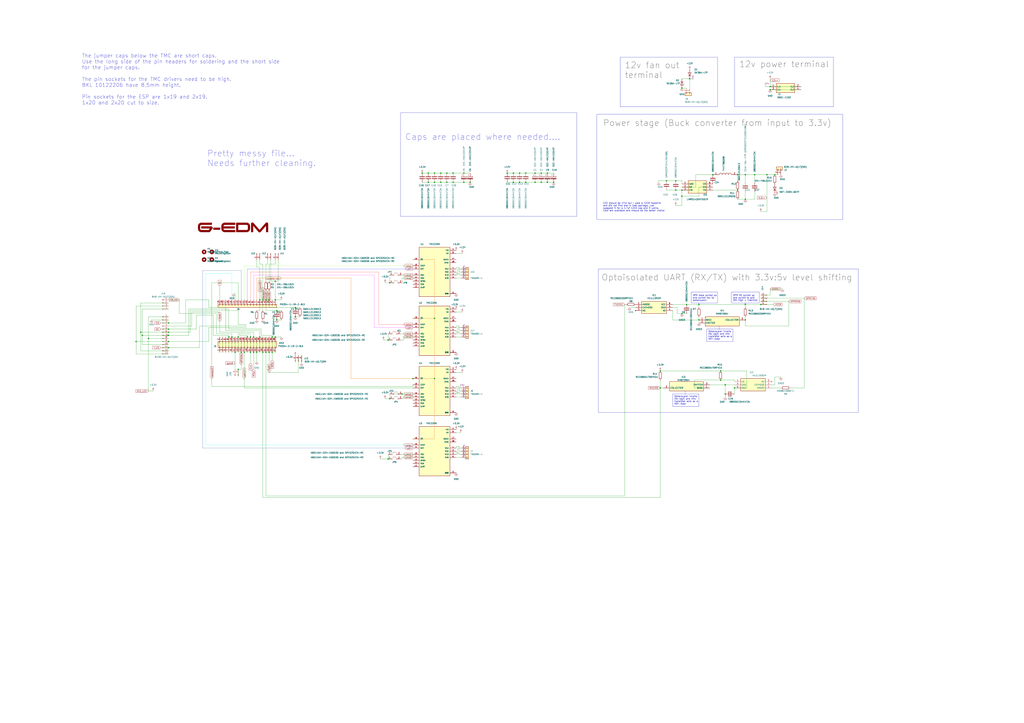
<source format=kicad_sch>
(kicad_sch (version 20230121) (generator eeschema)
  (paper "A1")
  (junction (at 431.8 149.86))
  (junction (at 138.43 273.05))
  (junction (at 367.03 142.24))
  (junction (at 542.29 304.8))
  (junction (at 195.58 303.53))
  (junction (at 318.77 377.19))
  (junction (at 218.44 289.56))
  (junction (at 416.56 142.24))
  (junction (at 138.43 270.51))
  (junction (at 208.28 276.86))
  (junction (at 195.58 276.86))
  (junction (at 356.87 311.15))
  (junction (at 320.04 327.66))
  (junction (at 554.99 148.59))
  (junction (at 612.14 143.51))
  (junction (at 190.5 276.86))
  (junction (at 542.29 318.77))
  (junction (at 426.72 149.86))
  (junction (at 595.63 323.85))
  (junction (at 205.74 276.86))
  (junction (at 372.11 142.24))
  (junction (at 574.04 262.89))
  (junction (at 242.57 260.35))
  (junction (at 361.95 149.86))
  (junction (at 351.79 149.86))
  (junction (at 444.5 142.24))
  (junction (at 624.84 250.19))
  (junction (at 138.43 285.75))
  (junction (at 444.5 149.86))
  (junction (at 449.58 142.24))
  (junction (at 226.06 231.14))
  (junction (at 560.07 156.21))
  (junction (at 439.42 149.86))
  (junction (at 226.06 276.86))
  (junction (at 220.98 289.56))
  (junction (at 227.33 262.89))
  (junction (at 213.36 276.86))
  (junction (at 356.87 261.62))
  (junction (at 213.36 246.38))
  (junction (at 346.71 142.24))
  (junction (at 367.03 149.86))
  (junction (at 386.08 149.86))
  (junction (at 636.27 143.51))
  (junction (at 210.82 289.56))
  (junction (at 454.66 149.86))
  (junction (at 220.98 246.38))
  (junction (at 585.47 143.51))
  (junction (at 351.79 142.24))
  (junction (at 426.72 142.24))
  (junction (at 560.07 72.39))
  (junction (at 203.2 276.86))
  (junction (at 356.87 149.86))
  (junction (at 560.07 161.29))
  (junction (at 566.42 64.77))
  (junction (at 381 149.86))
  (junction (at 632.46 73.66))
  (junction (at 218.44 246.38))
  (junction (at 339.09 311.15))
  (junction (at 449.58 149.86))
  (junction (at 223.52 289.56))
  (junction (at 116.84 275.59))
  (junction (at 318.77 279.4))
  (junction (at 574.04 250.19))
  (junction (at 612.14 262.89))
  (junction (at 193.04 289.56))
  (junction (at 629.92 143.51))
  (junction (at 223.52 276.86))
  (junction (at 603.25 318.77))
  (junction (at 138.43 265.43))
  (junction (at 547.37 148.59))
  (junction (at 208.28 289.56))
  (junction (at 356.87 142.24))
  (junction (at 560.07 257.81))
  (junction (at 361.95 142.24))
  (junction (at 111.76 280.67))
  (junction (at 605.79 143.51))
  (junction (at 421.64 142.24))
  (junction (at 200.66 289.56))
  (junction (at 205.74 289.56))
  (junction (at 121.92 278.13))
  (junction (at 431.8 142.24))
  (junction (at 215.9 246.38))
  (junction (at 632.46 71.12))
  (junction (at 439.42 142.24))
  (junction (at 421.64 149.86))
  (junction (at 138.43 280.67))
  (junction (at 187.96 276.86))
  (junction (at 612.14 250.19))
  (junction (at 381 142.24))
  (junction (at 242.57 252.73))
  (junction (at 320.04 232.41))
  (junction (at 605.79 156.21))
  (junction (at 138.43 275.59))
  (junction (at 619.76 143.51))
  (junction (at 591.82 312.42))
  (junction (at 115.57 273.05))
  (junction (at 330.2 323.85))
  (junction (at 591.82 304.8))
  (junction (at 227.33 255.27))
  (junction (at 595.63 316.23))
  (junction (at 554.99 156.21))
  (junction (at 612.14 163.83))
  (junction (at 215.9 289.56))
  (junction (at 563.88 250.19))
  (junction (at 372.11 149.86))
  (junction (at 226.06 246.38))
  (junction (at 198.12 289.56))
  (wire (pts (xy 331.47 326.39) (xy 331.47 327.66)))
  (wire (pts (xy 166.37 368.3) (xy 339.09 368.3)) (stroke (width 0) (color 51 83 160 1)))
  (wire (pts (xy 196.85 275.59) (xy 196.85 271.78)))
  (wire (pts (xy 166.37 222.25) (xy 198.12 222.25)) (stroke (width 0) (color 51 83 160 1)))
  (wire (pts (xy 570.23 312.42) (xy 591.82 312.42)))
  (wire (pts (xy 200.66 318.77) (xy 339.09 318.77)))
  (wire (pts (xy 157.48 256.54) (xy 180.34 256.54)))
  (wire (pts (xy 560.07 64.77) (xy 566.42 64.77)))
  (wire (pts (xy 138.43 273.05) (xy 156.21 273.05)))
  (wire (pts (xy 195.58 246.38) (xy 195.58 232.41)))
  (wire (pts (xy 330.2 377.19) (xy 330.2 375.92)))
  (wire (pts (xy 223.52 276.86) (xy 223.52 289.56)))
  (wire (pts (xy 330.2 375.92) (xy 339.09 375.92)))
  (wire (pts (xy 632.46 237.49) (xy 642.62 237.49)))
  (wire (pts (xy 157.48 267.97) (xy 157.48 256.54)))
  (wire (pts (xy 636.27 316.23) (xy 636.27 309.88)))
  (wire (pts (xy 378.46 226.06) (xy 377.19 226.06)))
  (wire (pts (xy 320.04 327.66) (xy 320.04 323.85)))
  (wire (pts (xy 612.14 260.35) (xy 612.14 262.89)))
  (wire (pts (xy 375.92 226.06) (xy 374.65 226.06)))
  (wire (pts (xy 173.99 232.41) (xy 173.99 317.5)))
  (wire (pts (xy 121.92 278.13) (xy 121.92 321.31)))
  (wire (pts (xy 595.63 323.85) (xy 595.63 326.39)))
  (wire (pts (xy 377.19 322.58) (xy 374.65 322.58)))
  (wire (pts (xy 560.07 148.59) (xy 554.99 148.59)))
  (wire (pts (xy 374.65 306.07) (xy 379.73 306.07)))
  (wire (pts (xy 180.34 276.86) (xy 180.34 289.56)))
  (wire (pts (xy 203.2 246.38) (xy 203.2 220.98)) (stroke (width 0) (color 72 81 255 1)))
  (wire (pts (xy 552.45 255.27) (xy 552.45 262.89)))
  (wire (pts (xy 226.06 217.17) (xy 226.06 213.36)))
  (wire (pts (xy 205.74 274.32) (xy 205.74 276.86)))
  (wire (pts (xy 195.58 273.05) (xy 195.58 276.86)))
  (wire (pts (xy 554.99 148.59) (xy 547.37 148.59)))
  (wire (pts (xy 426.72 142.24) (xy 431.8 142.24)))
  (wire (pts (xy 636.27 309.88) (xy 641.35 309.88)))
  (wire (pts (xy 213.36 271.78) (xy 213.36 276.86)))
  (wire (pts (xy 439.42 142.24) (xy 444.5 142.24)))
  (wire (pts (xy 242.57 260.35) (xy 246.38 260.35)))
  (wire (pts (xy 377.19 373.38) (xy 377.19 372.11)))
  (wire (pts (xy 213.36 255.27) (xy 210.82 255.27)))
  (wire (pts (xy 629.92 173.99) (xy 629.92 143.51)))
  (wire (pts (xy 195.58 266.7) (xy 201.93 266.7)))
  (wire (pts (xy 560.07 72.39) (xy 563.88 72.39)))
  (wire (pts (xy 374.65 228.6) (xy 378.46 228.6)))
  (wire (pts (xy 431.8 149.86) (xy 439.42 149.86)))
  (wire (pts (xy 203.2 276.86) (xy 203.2 289.56)))
  (wire (pts (xy 199.39 273.05) (xy 208.28 273.05)))
  (wire (pts (xy 152.4 246.38) (xy 152.4 265.43)))
  (wire (pts (xy 374.65 276.86) (xy 378.46 276.86)))
  (wire (pts (xy 203.2 275.59) (xy 196.85 275.59)))
  (wire (pts (xy 339.09 316.23) (xy 339.09 317.5)))
  (wire (pts (xy 328.93 373.38) (xy 339.09 373.38)))
  (wire (pts (xy 377.19 223.52) (xy 377.19 219.71)))
  (wire (pts (xy 152.4 265.43) (xy 138.43 265.43)))
  (wire (pts (xy 377.19 219.71) (xy 374.65 219.71)))
  (wire (pts (xy 182.88 276.86) (xy 182.88 289.56)))
  (wire (pts (xy 367.03 149.86) (xy 372.11 149.86)))
  (wire (pts (xy 205.74 223.52) (xy 311.15 223.52)) (stroke (width 0) (color 255 54 79 1)))
  (wire (pts (xy 374.65 367.03) (xy 374.65 368.3)))
  (wire (pts (xy 378.46 368.3) (xy 375.92 368.3)))
  (wire (pts (xy 193.04 276.86) (xy 193.04 289.56)))
  (wire (pts (xy 199.39 269.24) (xy 199.39 273.05)))
  (wire (pts (xy 218.44 276.86) (xy 218.44 289.56)))
  (wire (pts (xy 574.04 153.67) (xy 574.04 161.29)))
  (wire (pts (xy 541.02 149.86) (xy 541.02 148.59)))
  (wire (pts (xy 116.84 283.21) (xy 116.84 275.59)))
  (wire (pts (xy 377.19 273.05) (xy 374.65 273.05)))
  (wire (pts (xy 218.44 255.27) (xy 218.44 246.38)))
  (wire (pts (xy 563.88 250.19) (xy 574.04 250.19)))
  (wire (pts (xy 111.76 251.46) (xy 111.76 280.67)))
  (wire (pts (xy 377.19 271.78) (xy 377.19 267.97)))
  (wire (pts (xy 215.9 289.56) (xy 215.9 408.94)))
  (wire (pts (xy 560.07 161.29) (xy 560.07 168.91)))
  (wire (pts (xy 449.58 149.86) (xy 454.66 149.86)))
  (wire (pts (xy 121.92 278.13) (xy 138.43 278.13)))
  (wire (pts (xy 201.93 270.51) (xy 214.63 270.51)))
  (wire (pts (xy 378.46 274.32) (xy 377.19 274.32)))
  (wire (pts (xy 173.99 317.5) (xy 339.09 317.5)))
  (wire (pts (xy 195.58 276.86) (xy 195.58 289.56)))
  (wire (pts (xy 513.08 250.19) (xy 513.08 407.67)))
  (wire (pts (xy 595.63 316.23) (xy 595.63 323.85)))
  (wire (pts (xy 612.14 143.51) (xy 619.76 143.51)))
  (wire (pts (xy 374.65 271.78) (xy 374.65 273.05)))
  (wire (pts (xy 166.37 222.25) (xy 166.37 368.3)) (stroke (width 0) (color 51 83 160 1)))
  (wire (pts (xy 205.74 289.56) (xy 205.74 298.45)))
  (wire (pts (xy 570.23 318.77) (xy 570.23 312.42)))
  (wire (pts (xy 381 142.24) (xy 386.08 142.24)))
  (wire (pts (xy 193.04 241.3) (xy 193.04 246.38)))
  (wire (pts (xy 381 149.86) (xy 386.08 149.86)))
  (wire (pts (xy 185.42 252.73) (xy 185.42 271.78)))
  (wire (pts (xy 227.33 260.35) (xy 227.33 262.89)))
  (wire (pts (xy 439.42 149.86) (xy 444.5 149.86)))
  (wire (pts (xy 168.91 365.76) (xy 339.09 365.76)) (stroke (width 0) (color 48 255 230 1)))
  (wire (pts (xy 227.33 262.89) (xy 231.14 262.89)))
  (wire (pts (xy 138.43 290.83) (xy 111.76 290.83)))
  (wire (pts (xy 513.08 250.19) (xy 514.35 250.19)))
  (wire (pts (xy 582.93 316.23) (xy 595.63 316.23)))
  (wire (pts (xy 175.26 259.08) (xy 175.26 275.59)))
  (wire (pts (xy 138.43 251.46) (xy 111.76 251.46)))
  (wire (pts (xy 605.79 143.51) (xy 605.79 148.59)))
  (wire (pts (xy 115.57 248.92) (xy 115.57 273.05)))
  (wire (pts (xy 203.2 220.98) (xy 339.09 220.98)) (stroke (width 0) (color 72 81 255 1)))
  (wire (pts (xy 330.2 323.85) (xy 339.09 323.85)))
  (wire (pts (xy 377.19 323.85) (xy 377.19 322.58)))
  (wire (pts (xy 552.45 250.19) (xy 563.88 250.19)))
  (wire (pts (xy 560.07 161.29) (xy 574.04 161.29)))
  (wire (pts (xy 320.04 226.06) (xy 320.04 232.41)))
  (wire (pts (xy 328.93 279.4) (xy 331.47 279.4)))
  (wire (pts (xy 632.46 73.66) (xy 657.86 73.66)))
  (wire (pts (xy 111.76 290.83) (xy 111.76 280.67)))
  (wire (pts (xy 220.98 217.17) (xy 220.98 231.14)))
  (wire (pts (xy 231.14 276.86) (xy 226.06 276.86)))
  (wire (pts (xy 138.43 270.51) (xy 161.29 270.51)))
  (wire (pts (xy 541.02 148.59) (xy 547.37 148.59)))
  (wire (pts (xy 213.36 213.36) (xy 213.36 217.17)))
  (wire (pts (xy 161.29 270.51) (xy 161.29 259.08)))
  (wire (pts (xy 198.12 270.51) (xy 198.12 274.32)))
  (wire (pts (xy 516.89 252.73) (xy 521.97 252.73)))
  (wire (pts (xy 421.64 142.24) (xy 426.72 142.24)))
  (wire (pts (xy 612.14 250.19) (xy 612.14 252.73)))
  (wire (pts (xy 375.92 323.85) (xy 374.65 323.85)))
  (wire (pts (xy 226.06 231.14) (xy 226.06 246.38)))
  (wire (pts (xy 187.96 270.51) (xy 198.12 270.51)))
  (wire (pts (xy 210.82 246.38) (xy 210.82 228.6)) (stroke (width 0.3) (color 255 171 97 1)))
  (wire (pts (xy 552.45 252.73) (xy 556.26 252.73)))
  (wire (pts (xy 542.29 312.42) (xy 542.29 318.77)))
  (wire (pts (xy 307.34 269.24) (xy 339.09 269.24)) (stroke (width 0) (color 251 48 255 1)))
  (wire (pts (xy 374.65 219.71) (xy 374.65 220.98)))
  (wire (pts (xy 215.9 217.17) (xy 215.9 246.38)))
  (wire (pts (xy 356.87 142.24) (xy 361.95 142.24)))
  (wire (pts (xy 374.65 256.54) (xy 379.73 256.54)))
  (wire (pts (xy 138.43 285.75) (xy 163.83 285.75)))
  (wire (pts (xy 361.95 149.86) (xy 356.87 149.86)))
  (wire (pts (xy 171.45 252.73) (xy 185.42 252.73)))
  (wire (pts (xy 612.14 262.89) (xy 612.14 267.97)))
  (wire (pts (xy 331.47 276.86) (xy 339.09 276.86)))
  (wire (pts (xy 426.72 149.86) (xy 431.8 149.86)))
  (wire (pts (xy 374.65 326.39) (xy 378.46 326.39)))
  (wire (pts (xy 591.82 304.8) (xy 613.41 304.8)))
  (wire (pts (xy 226.06 276.86) (xy 226.06 289.56)))
  (wire (pts (xy 377.19 317.5) (xy 374.65 317.5)))
  (wire (pts (xy 378.46 318.77) (xy 375.92 318.77)))
  (wire (pts (xy 444.5 149.86) (xy 449.58 149.86)))
  (wire (pts (xy 191.77 241.3) (xy 193.04 241.3)))
  (wire (pts (xy 210.82 219.71) (xy 213.36 219.71)))
  (wire (pts (xy 375.92 269.24) (xy 375.92 274.32)))
  (wire (pts (xy 200.66 276.86) (xy 200.66 289.56)))
  (wire (pts (xy 374.65 267.97) (xy 374.65 269.24)))
  (wire (pts (xy 374.65 355.6) (xy 378.46 355.6)))
  (wire (pts (xy 311.15 266.7) (xy 339.09 266.7)) (stroke (width 0) (color 255 54 79 1)))
  (polyline (pts (xy 574.04 248.92) (xy 574.04 250.19)))
  (wire (pts (xy 560.07 153.67) (xy 571.5 153.67)))
  (wire (pts (xy 214.63 270.51) (xy 214.63 275.59)))
  (wire (pts (xy 660.4 318.77) (xy 648.97 318.77)))
  (wire (pts (xy 316.23 232.41) (xy 320.04 232.41)))
  (wire (pts (xy 449.58 142.24) (xy 454.66 142.24)))
  (wire (pts (xy 552.45 262.89) (xy 574.04 262.89)))
  (wire (pts (xy 356.87 360.68) (xy 339.09 360.68)) (stroke (width 0.3) (color 255 171 97 1)))
  (wire (pts (xy 220.98 217.17) (xy 226.06 217.17)))
  (wire (pts (xy 603.25 318.77) (xy 603.25 323.85)))
  (wire (pts (xy 605.79 143.51) (xy 612.14 143.51)))
  (wire (pts (xy 378.46 370.84) (xy 377.19 370.84)))
  (wire (pts (xy 208.28 246.38) (xy 208.28 226.06)) (stroke (width 0) (color 251 48 255 1)))
  (wire (pts (xy 208.28 273.05) (xy 208.28 276.86)))
  (wire (pts (xy 628.65 71.12) (xy 632.46 71.12)))
  (wire (pts (xy 330.2 323.85) (xy 322.58 323.85)))
  (wire (pts (xy 563.88 257.81) (xy 560.07 257.81)))
  (wire (pts (xy 542.29 408.94) (xy 215.9 408.94)))
  (wire (pts (xy 595.63 316.23) (xy 603.25 316.23)))
  (wire (pts (xy 138.43 280.67) (xy 171.45 280.67)))
  (wire (pts (xy 121.92 260.35) (xy 138.43 260.35)))
  (wire (pts (xy 215.9 276.86) (xy 215.9 289.56)))
  (wire (pts (xy 222.25 213.36) (xy 222.25 231.14)))
  (wire (pts (xy 372.11 142.24) (xy 381 142.24)))
  (wire (pts (xy 215.9 217.17) (xy 213.36 217.17)))
  (wire (pts (xy 330.2 327.66) (xy 331.47 327.66)))
  (wire (pts (xy 632.46 71.12) (xy 657.86 71.12)))
  (wire (pts (xy 200.66 267.97) (xy 200.66 271.78)))
  (wire (pts (xy 330.2 226.06) (xy 339.09 226.06)))
  (wire (pts (xy 288.29 311.15) (xy 339.09 311.15)) (stroke (width 0.3) (color 255 171 97 1)))
  (polyline (pts (xy 590.55 267.97) (xy 590.55 270.51)))
  (wire (pts (xy 375.92 318.77) (xy 375.92 323.85)))
  (wire (pts (xy 311.15 223.52) (xy 311.15 266.7)) (stroke (width 0) (color 255 54 79 1)))
  (wire (pts (xy 346.71 142.24) (xy 351.79 142.24)))
  (wire (pts (xy 632.46 64.77) (xy 632.46 71.12)))
  (wire (pts (xy 219.71 217.17) (xy 218.44 217.17)))
  (wire (pts (xy 554.99 156.21) (xy 560.07 156.21)))
  (wire (pts (xy 193.04 289.56) (xy 193.04 303.53)))
  (wire (pts (xy 624.84 245.11) (xy 660.4 245.11)))
  (wire (pts (xy 328.93 377.19) (xy 330.2 377.19)))
  (wire (pts (xy 361.95 142.24) (xy 367.03 142.24)))
  (wire (pts (xy 175.26 275.59) (xy 187.96 275.59)))
  (wire (pts (xy 356.87 311.15) (xy 339.09 311.15)) (stroke (width 0.3) (color 255 171 97 1)))
  (wire (pts (xy 431.8 142.24) (xy 439.42 142.24)))
  (wire (pts (xy 187.96 276.86) (xy 187.96 289.56)))
  (wire (pts (xy 121.92 278.13) (xy 121.92 260.35)))
  (wire (pts (xy 416.56 149.86) (xy 421.64 149.86)))
  (wire (pts (xy 201.93 266.7) (xy 201.93 270.51)))
  (wire (pts (xy 372.11 149.86) (xy 381 149.86)))
  (wire (pts (xy 220.98 306.07) (xy 245.11 306.07)))
  (wire (pts (xy 574.04 252.73) (xy 574.04 250.19)))
  (wire (pts (xy 138.43 248.92) (xy 115.57 248.92)))
  (wire (pts (xy 185.42 276.86) (xy 185.42 289.56)))
  (wire (pts (xy 115.57 273.05) (xy 115.57 288.29)))
  (wire (pts (xy 619.76 157.48) (xy 619.76 163.83)))
  (wire (pts (xy 210.82 213.36) (xy 210.82 219.71)))
  (wire (pts (xy 356.87 213.36) (xy 356.87 261.62)) (stroke (width 0.3) (color 255 171 97 1)))
  (wire (pts (xy 605.79 163.83) (xy 612.14 163.83)))
  (wire (pts (xy 318.77 274.32) (xy 318.77 279.4)))
  (wire (pts (xy 612.14 163.83) (xy 612.14 157.48)))
  (wire (pts (xy 190.5 224.79) (xy 190.5 246.38)) (stroke (width 0) (color 48 255 230 1)))
  (wire (pts (xy 210.82 297.18) (xy 210.82 289.56)))
  (wire (pts (xy 205.74 276.86) (xy 205.74 289.56)))
  (wire (pts (xy 227.33 255.27) (xy 218.44 255.27)))
  (wire (pts (xy 378.46 269.24) (xy 375.92 269.24)))
  (wire (pts (xy 187.96 254) (xy 187.96 270.51)))
  (wire (pts (xy 377.19 226.06) (xy 377.19 224.79)))
  (wire (pts (xy 374.65 223.52) (xy 374.65 224.79)))
  (wire (pts (xy 375.92 220.98) (xy 375.92 226.06)))
  (wire (pts (xy 111.76 280.67) (xy 138.43 280.67)))
  (wire (pts (xy 356.87 149.86) (xy 351.79 149.86)))
  (wire (pts (xy 163.83 267.97) (xy 200.66 267.97)))
  (wire (pts (xy 571.5 153.67) (xy 571.5 143.51)))
  (wire (pts (xy 377.19 367.03) (xy 374.65 367.03)))
  (wire (pts (xy 220.98 252.73) (xy 220.98 246.38)))
  (wire (pts (xy 138.43 246.38) (xy 147.32 246.38)))
  (wire (pts (xy 421.64 149.86) (xy 426.72 149.86)))
  (wire (pts (xy 542.29 304.8) (xy 591.82 304.8)))
  (wire (pts (xy 356.87 261.62) (xy 356.87 311.15)) (stroke (width 0.3) (color 255 171 97 1)))
  (wire (pts (xy 560.07 148.59) (xy 560.07 151.13)))
  (wire (pts (xy 177.8 257.81) (xy 177.8 274.32)))
  (wire (pts (xy 307.34 226.06) (xy 307.34 269.24)) (stroke (width 0) (color 251 48 255 1)))
  (wire (pts (xy 215.9 246.38) (xy 215.9 255.27)))
  (wire (pts (xy 375.92 368.3) (xy 375.92 373.38)))
  (wire (pts (xy 377.19 274.32) (xy 377.19 273.05)))
  (wire (pts (xy 356.87 261.62) (xy 339.09 261.62)) (stroke (width 0.3) (color 255 171 97 1)))
  (wire (pts (xy 198.12 274.32) (xy 205.74 274.32)))
  (wire (pts (xy 331.47 326.39) (xy 339.09 326.39)))
  (wire (pts (xy 542.29 318.77) (xy 542.29 408.94)))
  (wire (pts (xy 375.92 274.32) (xy 374.65 274.32)))
  (wire (pts (xy 161.29 259.08) (xy 175.26 259.08)))
  (wire (pts (xy 351.79 142.24) (xy 356.87 142.24)))
  (wire (pts (xy 147.32 246.38) (xy 147.32 257.81)))
  (wire (pts (xy 374.65 375.92) (xy 378.46 375.92)))
  (wire (pts (xy 190.5 274.32) (xy 190.5 276.86)))
  (wire (pts (xy 208.28 303.53) (xy 208.28 289.56)))
  (wire (pts (xy 574.04 250.19) (xy 612.14 250.19)))
  (wire (pts (xy 138.43 283.21) (xy 116.84 283.21)))
  (wire (pts (xy 612.14 267.97) (xy 647.7 267.97)))
  (wire (pts (xy 200.66 246.38) (xy 200.66 218.44)) (stroke (width 0) (color 162 255 80 1)))
  (wire (pts (xy 635 250.19) (xy 624.84 250.19)))
  (wire (pts (xy 208.28 276.86) (xy 208.28 289.56)))
  (wire (pts (xy 361.95 149.86) (xy 367.03 149.86)))
  (wire (pts (xy 374.65 317.5) (xy 374.65 318.77)))
  (wire (pts (xy 198.12 222.25) (xy 198.12 246.38)) (stroke (width 0) (color 51 83 160 1)))
  (wire (pts (xy 213.36 219.71) (xy 213.36 246.38)))
  (polyline (pts (xy 562.61 321.31) (xy 562.61 323.85)))
  (wire (pts (xy 195.58 303.53) (xy 195.58 309.88)))
  (wire (pts (xy 152.4 246.38) (xy 171.45 246.38)))
  (wire (pts (xy 226.06 246.38) (xy 231.14 246.38)))
  (wire (pts (xy 200.66 218.44) (xy 339.09 218.44)) (stroke (width 0) (color 162 255 80 1)))
  (wire (pts (xy 378.46 373.38) (xy 377.19 373.38)))
  (wire (pts (xy 223.52 289.56) (xy 223.52 295.91)))
  (wire (pts (xy 218.44 289.56) (xy 218.44 407.67)))
  (wire (pts (xy 571.5 143.51) (xy 585.47 143.51)))
  (wire (pts (xy 187.96 275.59) (xy 187.96 276.86)))
  (wire (pts (xy 378.46 323.85) (xy 377.19 323.85)))
  (wire (pts (xy 560.07 257.81) (xy 556.26 257.81)))
  (wire (pts (xy 116.84 254) (xy 116.84 275.59)))
  (wire (pts (xy 612.14 163.83) (xy 619.76 163.83)))
  (wire (pts (xy 180.34 256.54) (xy 180.34 273.05)))
  (wire (pts (xy 124.46 262.89) (xy 138.43 262.89)))
  (wire (pts (xy 416.56 142.24) (xy 421.64 142.24)))
  (wire (pts (xy 115.57 273.05) (xy 138.43 273.05)))
  (wire (pts (xy 542.29 318.77) (xy 544.83 318.77)))
  (wire (pts (xy 220.98 276.86) (xy 220.98 289.56)))
  (wire (pts (xy 171.45 246.38) (xy 171.45 252.73)))
  (wire (pts (xy 190.5 224.79) (xy 168.91 224.79)) (stroke (width 0) (color 48 255 230 1)))
  (wire (pts (xy 556.26 257.81) (xy 556.26 252.73)))
  (wire (pts (xy 633.73 316.23) (xy 636.27 316.23)))
  (wire (pts (xy 331.47 279.4) (xy 331.47 276.86)))
  (wire (pts (xy 636.27 143.51) (xy 638.81 143.51)))
  (wire (pts (xy 220.98 289.56) (xy 220.98 306.07)))
  (wire (pts (xy 647.7 247.65) (xy 647.7 267.97)))
  (wire (pts (xy 115.57 288.29) (xy 138.43 288.29)))
  (wire (pts (xy 220.98 238.76) (xy 220.98 246.38)))
  (wire (pts (xy 288.29 311.15) (xy 288.29 228.6)) (stroke (width 0.3) (color 255 171 97 1)))
  (wire (pts (xy 171.45 280.67) (xy 171.45 269.24)))
  (wire (pts (xy 377.19 321.31) (xy 377.19 317.5)))
  (wire (pts (xy 210.82 276.86) (xy 210.82 289.56)))
  (wire (pts (xy 213.36 246.38) (xy 213.36 255.27)))
  (wire (pts (xy 220.98 252.73) (xy 242.57 252.73)))
  (wire (pts (xy 632.46 237.49) (xy 632.46 242.57)))
  (wire (pts (xy 132.08 285.75) (xy 138.43 285.75)))
  (wire (pts (xy 660.4 245.11) (xy 660.4 318.77)))
  (wire (pts (xy 629.92 143.51) (xy 636.27 143.51)))
  (wire (pts (xy 585.47 156.21) (xy 605.79 156.21)))
  (wire (pts (xy 444.5 142.24) (xy 449.58 142.24)))
  (wire (pts (xy 318.77 373.38) (xy 318.77 377.19)))
  (wire (pts (xy 374.65 208.28) (xy 379.73 208.28)))
  (wire (pts (xy 177.8 274.32) (xy 190.5 274.32)))
  (wire (pts (xy 163.83 285.75) (xy 163.83 267.97)))
  (wire (pts (xy 138.43 254) (xy 116.84 254)))
  (wire (pts (xy 374.65 370.84) (xy 374.65 372.11)))
  (wire (pts (xy 154.94 254) (xy 187.96 254)))
  (wire (pts (xy 138.43 275.59) (xy 154.94 275.59)))
  (polyline (pts (xy 612.14 248.92) (xy 612.14 250.19)))
  (wire (pts (xy 195.58 303.53) (xy 198.12 303.53)))
  (wire (pts (xy 378.46 220.98) (xy 375.92 220.98)))
  (wire (pts (xy 223.52 275.59) (xy 223.52 276.86)))
  (wire (pts (xy 624.84 173.99) (xy 629.92 173.99)))
  (wire (pts (xy 641.35 318.77) (xy 633.73 318.77)))
  (wire (pts (xy 198.12 289.56) (xy 198.12 303.53)))
  (wire (pts (xy 200.66 271.78) (xy 213.36 271.78)))
  (wire (pts (xy 377.19 372.11) (xy 374.65 372.11)))
  (wire (pts (xy 154.94 275.59) (xy 154.94 254)))
  (wire (pts (xy 195.58 232.41) (xy 173.99 232.41)))
  (wire (pts (xy 619.76 143.51) (xy 619.76 149.86)))
  (wire (pts (xy 147.32 257.81) (xy 177.8 257.81)))
  (wire (pts (xy 190.5 276.86) (xy 190.5 289.56)))
  (wire (pts (xy 210.82 228.6) (xy 288.29 228.6)) (stroke (width 0.3) (color 255 171 97 1)))
  (wire (pts (xy 214.63 275.59) (xy 223.52 275.59)))
  (wire (pts (xy 375.92 373.38) (xy 374.65 373.38)))
  (wire (pts (xy 378.46 271.78) (xy 377.19 271.78)))
  (wire (pts (xy 566.42 72.39) (xy 566.42 64.77)))
  (wire (pts (xy 218.44 238.76) (xy 218.44 246.38)))
  (wire (pts (xy 374.65 321.31) (xy 374.65 322.58)))
  (wire (pts (xy 312.42 377.19) (xy 318.77 377.19)))
  (wire (pts (xy 200.66 289.56) (xy 200.66 318.77)))
  (wire (pts (xy 603.25 312.42) (xy 603.25 313.69)))
  (wire (pts (xy 378.46 321.31) (xy 377.19 321.31)))
  (wire (pts (xy 624.84 247.65) (xy 647.7 247.65)))
  (wire (pts (xy 612.14 143.51) (xy 612.14 149.86)))
  (wire (pts (xy 619.76 143.51) (xy 629.92 143.51)))
  (wire (pts (xy 339.09 213.36) (xy 356.87 213.36)) (stroke (width 0.3) (color 255 171 97 1)))
  (wire (pts (xy 314.96 279.4) (xy 318.77 279.4)))
  (wire (pts (xy 316.23 327.66) (xy 320.04 327.66)))
  (wire (pts (xy 205.74 223.52) (xy 205.74 246.38)) (stroke (width 0) (color 255 54 79 1)))
  (wire (pts (xy 591.82 312.42) (xy 603.25 312.42)))
  (wire (pts (xy 121.92 321.31) (xy 125.73 321.31)))
  (wire (pts (xy 554.99 168.91) (xy 560.07 168.91)))
  (wire (pts (xy 574.04 153.67) (xy 585.47 153.67)))
  (wire (pts (xy 351.79 149.86) (xy 346.71 149.86)))
  (wire (pts (xy 138.43 267.97) (xy 157.48 267.97)))
  (wire (pts (xy 198.12 276.86) (xy 198.12 289.56)))
  (wire (pts (xy 218.44 407.67) (xy 513.08 407.67)))
  (wire (pts (xy 180.34 273.05) (xy 195.58 273.05)))
  (wire (pts (xy 195.58 255.27) (xy 195.58 266.7)))
  (wire (pts (xy 132.08 265.43) (xy 138.43 265.43)))
  (wire (pts (xy 377.19 370.84) (xy 377.19 367.03)))
  (wire (pts (xy 612.14 250.19) (xy 624.84 250.19)))
  (wire (pts (xy 218.44 217.17) (xy 218.44 231.14)))
  (wire (pts (xy 180.34 234.95) (xy 180.34 246.38)))
  (wire (pts (xy 330.2 232.41) (xy 330.2 228.6)))
  (wire (pts (xy 168.91 224.79) (xy 168.91 365.76)) (stroke (width 0) (color 48 255 230 1)))
  (wire (pts (xy 156.21 255.27) (xy 195.58 255.27)))
  (wire (pts (xy 245.11 292.1) (xy 245.11 306.07)))
  (wire (pts (xy 367.03 142.24) (xy 372.11 142.24)))
  (wire (pts (xy 378.46 223.52) (xy 377.19 223.52)))
  (wire (pts (xy 247.65 298.45) (xy 247.65 292.1)))
  (wire (pts (xy 330.2 228.6) (xy 339.09 228.6)))
  (wire (pts (xy 208.28 226.06) (xy 307.34 226.06)) (stroke (width 0) (color 251 48 255 1)))
  (wire (pts (xy 116.84 275.59) (xy 138.43 275.59)))
  (wire (pts (xy 632.46 242.57) (xy 624.84 242.57)))
  (wire (pts (xy 377.19 267.97) (xy 374.65 267.97)))
  (wire (pts (xy 574.04 262.89) (xy 574.04 260.35)))
  (wire (pts (xy 613.41 304.8) (xy 613.41 318.77)))
  (wire (pts (xy 560.07 156.21) (xy 560.07 161.29)))
  (wire (pts (xy 219.71 213.36) (xy 219.71 217.17)))
  (wire (pts (xy 242.57 252.73) (xy 246.38 252.73)))
  (wire (pts (xy 377.19 224.79) (xy 374.65 224.79)))
  (wire (pts (xy 603.25 318.77) (xy 613.41 318.77)))
  (wire (pts (xy 171.45 269.24) (xy 199.39 269.24)))
  (wire (pts (xy 185.42 271.78) (xy 196.85 271.78)))
  (wire (pts (xy 228.6 213.36) (xy 228.6 231.14)))
  (wire (pts (xy 213.36 276.86) (xy 213.36 289.56)))
  (wire (pts (xy 328.93 274.32) (xy 339.09 274.32)))
  (wire (pts (xy 222.25 231.14) (xy 226.06 231.14)))
  (wire (pts (xy 582.93 318.77) (xy 570.23 318.77)))
  (wire (pts (xy 132.08 270.51) (xy 138.43 270.51)))
  (wire (pts (xy 547.37 156.21) (xy 554.99 156.21)))
  (wire (pts (xy 156.21 273.05) (xy 156.21 255.27)))
  (wire (pts (xy 226.06 231.14) (xy 228.6 231.14)))
  (wire (pts (xy 227.33 255.27) (xy 231.14 255.27)))
  (wire (pts (xy 203.2 276.86) (xy 203.2 275.59)))
  (wire (pts (xy 356.87 311.15) (xy 356.87 360.68)) (stroke (width 0.3) (color 255 171 97 1)))
  (rectangle (start 567.69 240.03) (end 589.28 248.92))
  (rectangle (start 491.49 220.98) (end 704.85 339.09))
  (rectangle (start 603.25 46.99) (end 684.53 87.63))
  (rectangle (start 552.45 323.85) (end 574.04 334.01))
  (rectangle (start 600.71 240.03) (end 623.57 248.92))
  (rectangle (start 580.39 270.51) (end 601.98 280.67))
  (rectangle (start 490.22 93.98) (end 692.15 180.34))
  (rectangle (start 509.27 46.99) (end 589.28 87.63))
  (rectangle (start 328.93 92.71) (end 473.71 177.8))
  (text "Optocoupler inverts \nthe logic and this\ntransistor acts as a \nNOT-Gate" (at 581.66 279.4 0) (effects (font (size 1.27 1.27)) (justify left bottom)))
  (text "DPM RX pulled up\nand pulled to gnd\n(RX high = inactive)" (at 601.98 247.65 0) (effects (font (size 1.27 1.27)) (justify left bottom)))
  (text "The jumper caps below the TMC are short caps.\nUse the long side of the pin headers for soldering and the short side \nfor the jumper caps.\n\nThe pin sockets for the TMC drivers need to be high.\nBKL 10122206 have 8,5mm height.\n\nPin sockets for the ESP are 1x19 and 2x19. \n1x20 and 2x20 cut to size." (at 67.31 86.36 0) (effects (font (size 3 3)) (justify left bottom)))
  (text "C22 should be 47uf but I used a 1210 footprint\nand did not find one in that package. Just\nswapped it for a 4.7uf 1210 cap and it works.\n10uf are available and should be the better choice" (at 495.3 173.99 0) (effects (font (size 1.27 1.27)) (justify left bottom)))
  (text "12v fan out \nterminal" (at 513.08 64.77 0) (effects (font (size 5 5)) (justify left bottom)))
  (text "NPN base pulled up\nand pulled low by\noptocoupler" (at 568.96 247.65 0) (effects (font (size 1.27 1.27)) (justify left bottom)))
  (text "Pretty messy file...\nNeeds further cleaning." (at 170.18 137.16 0) (effects (font (size 5 5)) (justify left bottom)))
  (text "Optocoupler inverts \nthe logic and this\ntransistor acts as a \nNOT-Gate" (at 553.72 332.74 0) (effects (font (size 1.27 1.27)) (justify left bottom)))
  (text "12v power terminal" (at 607.06 55.88 0) (effects (font (size 5 5)) (justify left bottom)))
  (text "Caps are placed where needed...." (at 332.74 115.57 0) (effects (font (size 5 5)) (justify left bottom)))
  (text "Power stage (Buck converter from input to 3.3v)" (at 495.3 104.14 0) (effects (font (size 5 5)) (justify left bottom)))
  (text "Optoisolated UART (RX/TX) with 3.3v:5v level shifting" (at 494.03 231.14 0) (effects (font (size 5 5)) (justify left bottom)))
  (global_label "ams2" (shape input) (at 331.47 326.39 0) (property "Intersheetrefs" "${INTERSHEET_REFS}" (effects hide)) (property "Referenzen zwischen Schaltplänen" "${INTERSHEET_REFS}" (effects hide)))
  (global_label "DPMTXB" (shape input) (at 660.4 245.11 0) (property "Intersheetrefs" "${INTERSHEET_REFS}" (effects hide)))
  (global_label "ystep" (shape input) (at 331.47 365.76 0) (property "Intersheetrefs" "${INTERSHEET_REFS}" (effects hide)) (property "Referenzen zwischen Schaltplänen" "${INTERSHEET_REFS}" (effects hide)))
  (global_label "3.3v+" (shape input) (at 629.92 162.56 180) (property "Intersheetrefs" "${INTERSHEET_REFS}" (effects hide)) (property "Referenzen zwischen Schaltplänen" "${INTERSHEET_REFS}" (effects hide)))
  (global_label "xdir" (shape input) (at 332.74 220.98 0) (property "Intersheetrefs" "${INTERSHEET_REFS}" (effects hide)) (property "Referenzen zwischen Schaltplänen" "${INTERSHEET_REFS}" (effects hide)))
  (global_label "zstep" (shape input) (at 331.47 266.7 0) (property "Intersheetrefs" "${INTERSHEET_REFS}" (effects hide)) (property "Referenzen zwischen Schaltplänen" "${INTERSHEET_REFS}" (effects hide)))
  (global_label "VCC_LED" (shape input) (at 121.92 321.31 180) (property "Intersheetrefs" "${INTERSHEET_REFS}" (effects hide)) (property "Referenzen zwischen Schaltplänen" "${INTERSHEET_REFS}" (effects hide)))
  (global_label "ams1" (shape input) (at 331.47 323.85 0) (property "Intersheetrefs" "${INTERSHEET_REFS}" (effects hide)) (property "Referenzen zwischen Schaltplänen" "${INTERSHEET_REFS}" (effects hide)))
  (global_label "input35" (shape input) (at 213.36 229.87 270) (property "Intersheetrefs" "${INTERSHEET_REFS}" (effects hide)) (property "Referenzen zwischen Schaltplänen" "${INTERSHEET_REFS}" (effects hide)))
  (global_label "zms1" (shape input) (at 331.47 274.32 0) (property "Intersheetrefs" "${INTERSHEET_REFS}" (effects hide)) (property "Referenzen zwischen Schaltplänen" "${INTERSHEET_REFS}" (effects hide)))
  (global_label "xms1" (shape input) (at 331.47 226.06 0) (property "Intersheetrefs" "${INTERSHEET_REFS}" (effects hide)) (property "Referenzen zwischen Schaltplänen" "${INTERSHEET_REFS}" (effects hide)))
  (global_label "VCCB" (shape input) (at 635 250.19 0) (property "Intersheetrefs" "${INTERSHEET_REFS}" (effects hide)))
  (global_label "TX(IO1)" (shape input) (at 513.08 250.19 180) (property "Intersheetrefs" "${INTERSHEET_REFS}" (effects hide)))
  (global_label "zdir" (shape input) (at 332.74 269.24 0) (property "Intersheetrefs" "${INTERSHEET_REFS}" (effects hide)) (property "Referenzen zwischen Schaltplänen" "${INTERSHEET_REFS}" (effects hide)))
  (global_label "yms2" (shape input) (at 331.47 375.92 0) (property "Intersheetrefs" "${INTERSHEET_REFS}" (effects hide)) (property "Referenzen zwischen Schaltplänen" "${INTERSHEET_REFS}" (effects hide)))
  (global_label "yms1" (shape input) (at 331.47 373.38 0) (property "Intersheetrefs" "${INTERSHEET_REFS}" (effects hide)) (property "Referenzen zwischen Schaltplänen" "${INTERSHEET_REFS}" (effects hide)))
  (global_label "adir17" (shape input) (at 200.66 311.15 90) (property "Intersheetrefs" "${INTERSHEET_REFS}" (effects hide)) (property "Referenzen zwischen Schaltplänen" "${INTERSHEET_REFS}" (effects hide)))
  (global_label "12v+" (shape input) (at 632.46 66.04 0) (property "Intersheetrefs" "${INTERSHEET_REFS}" (effects hide)) (property "Referenzen zwischen Schaltplänen" "${INTERSHEET_REFS}" (effects hide)))
  (global_label "CLK" (shape input) (at 205.74 298.45 270) (property "Intersheetrefs" "${INTERSHEET_REFS}" (effects hide)) (property "Referenzen zwischen Schaltplänen" "${INTERSHEET_REFS}" (effects hide)))
  (global_label "DPMRXB" (shape input) (at 647.7 247.65 0) (property "Intersheetrefs" "${INTERSHEET_REFS}" (effects hide)))
  (global_label "zms2" (shape input) (at 331.47 276.86 0) (property "Intersheetrefs" "${INTERSHEET_REFS}" (effects hide)) (property "Referenzen zwischen Schaltplänen" "${INTERSHEET_REFS}" (effects hide)))
  (global_label "Limit39" (shape input) (at 218.44 238.76 270) (property "Intersheetrefs" "${INTERSHEET_REFS}" (effects hide)) (property "Referenzen zwischen Schaltplänen" "${INTERSHEET_REFS}" (effects hide)))
  (global_label "vSense34" (shape input) (at 215.9 236.22 270) (property "Intersheetrefs" "${INTERSHEET_REFS}" (effects hide)) (property "Referenzen zwischen Schaltplänen" "${INTERSHEET_REFS}" (effects hide)))
  (global_label "DC" (shape input) (at 132.08 270.51 180) (property "Intersheetrefs" "${INTERSHEET_REFS}" (effects hide)) (property "Referenzen zwischen Schaltplänen" "${INTERSHEET_REFS}" (effects hide)))
  (global_label "astep12" (shape input) (at 173.99 311.15 90) (property "Intersheetrefs" "${INTERSHEET_REFS}" (effects hide)) (property "Referenzen zwischen Schaltplänen" "${INTERSHEET_REFS}" (effects hide)))
  (global_label "ydir" (shape input) (at 332.74 368.3 0) (property "Intersheetrefs" "${INTERSHEET_REFS}" (effects hide)) (property "Referenzen zwischen Schaltplänen" "${INTERSHEET_REFS}" (effects hide)))
  (global_label "gpio0" (shape input) (at 193.04 298.45 180) (property "Intersheetrefs" "${INTERSHEET_REFS}" (effects hide)) (property "Referenzen zwischen Schaltplänen" "${INTERSHEET_REFS}" (effects hide)))
  (global_label "GND5v" (shape input) (at 632.46 237.49 0) (property "Intersheetrefs" "${INTERSHEET_REFS}" (effects hide)))
  (global_label "enable-all" (shape input) (at 231.14 228.6 180) (property "Intersheetrefs" "${INTERSHEET_REFS}" (effects hide)) (property "Referenzen zwischen Schaltplänen" "${INTERSHEET_REFS}" (effects hide)))
  (global_label "xms2" (shape input) (at 331.47 228.6 0) (property "Intersheetrefs" "${INTERSHEET_REFS}" (effects hide)) (property "Referenzen zwischen Schaltplänen" "${INTERSHEET_REFS}" (effects hide)))
  (global_label "CS" (shape input) (at 132.08 265.43 180) (property "Intersheetrefs" "${INTERSHEET_REFS}" (effects hide)) (property "Referenzen zwischen Schaltplänen" "${INTERSHEET_REFS}" (effects hide)))
  (global_label "PWM" (shape input) (at 220.98 306.07 90) (property "Intersheetrefs" "${INTERSHEET_REFS}" (effects hide)) (property "Referenzen zwischen Schaltplänen" "${INTERSHEET_REFS}" (effects hide)))
  (global_label "T_CS" (shape input) (at 132.08 285.75 180) (property "Intersheetrefs" "${INTERSHEET_REFS}" (effects hide)) (property "Referenzen zwischen Schaltplänen" "${INTERSHEET_REFS}" (effects hide)))
  (global_label "reset" (shape input) (at 180.34 264.16 90) (property "Intersheetrefs" "${INTERSHEET_REFS}" (effects hide)) (property "Referenzen zwischen Schaltplänen" "${INTERSHEET_REFS}" (effects hide)))
  (global_label "MOSI" (shape input) (at 223.52 295.91 270) (property "Intersheetrefs" "${INTERSHEET_REFS}" (effects hide)) (property "Referenzen zwischen Schaltplänen" "${INTERSHEET_REFS}" (effects hide)))
  (global_label "xstep" (shape input) (at 331.47 218.44 0) (property "Intersheetrefs" "${INTERSHEET_REFS}" (effects hide)) (property "Referenzen zwischen Schaltplänen" "${INTERSHEET_REFS}" (effects hide)))
  (global_label "SD_CS" (shape input) (at 147.32 246.38 180) (property "Intersheetrefs" "${INTERSHEET_REFS}" (effects hide)) (property "Referenzen zwischen Schaltplänen" "${INTERSHEET_REFS}" (effects hide)))
  (global_label "GPIO16" (shape input) (at 198.12 299.72 90) (property "Intersheetrefs" "${INTERSHEET_REFS}" (effects hide)) (property "Referenzen zwischen Schaltplänen" "${INTERSHEET_REFS}" (effects hide)))
  (global_label "Start36" (shape input) (at 220.98 238.76 270) (property "Intersheetrefs" "${INTERSHEET_REFS}" (effects hide)) (property "Referenzen zwischen Schaltplänen" "${INTERSHEET_REFS}" (effects hide)))
  (global_label "Miso" (shape input) (at 208.28 303.53 270) (property "Intersheetrefs" "${INTERSHEET_REFS}" (effects hide)) (property "Referenzen zwischen Schaltplänen" "${INTERSHEET_REFS}" (effects hide)))
  (global_label "RX(IO3)" (shape input) (at 542.29 318.77 180) (property "Intersheetrefs" "${INTERSHEET_REFS}" (effects hide)))
  (global_label "5v" (shape input) (at 180.34 234.95 90) (property "Intersheetrefs" "${INTERSHEET_REFS}" (effects hide)) (property "Referenzen zwischen Schaltplänen" "${INTERSHEET_REFS}" (effects hide)))
  (netclass_flag "" (length 2.54) (shape round) (at 378.46 370.84 270) (property "Netclass" "hv" (at 381 370.1415 90) (effects (font italic) (justify left))))
  (netclass_flag "" (length 2.54) (shape round) (at 566.42 64.77 270) (property "Netclass" "hv" (at 568.96 64.0715 90) (effects (font italic) (justify left))))
  (netclass_flag "" (length 2.54) (shape round) (at 628.65 71.12 0) (property "Netclass" "hv" (at 629.3485 68.58 0) (effects (font italic) (justify left))))
  (netclass_flag "" (length 2.54) (shape round) (at 378.46 326.39 270) (property "Netclass" "hv" (at 381 325.6915 90) (effects (font italic) (justify left))))
  (netclass_flag "" (length 2.54) (shape round) (at 378.46 368.3 270) (property "Netclass" "hv" (at 381 367.6015 90) (effects (font italic) (justify left))))
  (netclass_flag "" (length 2.54) (shape round) (at 378.46 318.77 0) (property "Netclass" "hv" (at 379.1585 316.23 0) (effects (font italic) (justify left))))
  (netclass_flag "" (length 2.54) (shape round) (at 378.46 274.32 270) (property "Netclass" "hv" (at 381 273.6215 90) (effects (font italic) (justify left))))
  (netclass_flag "" (length 2.54) (shape round) (at 378.46 321.31 270) (property "Netclass" "hv" (at 381 320.6115 90) (effects (font italic) (justify left))))
  (netclass_flag "" (length 2.54) (shape round) (at 378.46 220.98 270) (property "Netclass" "hv" (at 381 220.2815 90) (effects (font italic) (justify left))))
  (netclass_flag "" (length 2.54) (shape round) (at 378.46 323.85 270) (property "Netclass" "hv" (at 381 323.1515 90) (effects (font italic) (justify left))))
  (netclass_flag "" (length 2.54) (shape round) (at 378.46 269.24 270) (property "Netclass" "hv" (at 381 268.5415 90) (effects (font italic) (justify left))))
  (netclass_flag "" (length 2.54) (shape round) (at 378.46 226.06 270) (property "Netclass" "hv" (at 381 225.3615 90) (effects (font italic) (justify left))))
  (netclass_flag "" (length 2.54) (shape round) (at 378.46 228.6 270) (property "Netclass" "hv" (at 381 227.9015 90) (effects (font italic) (justify left))))
  (netclass_flag "" (length 2.54) (shape round) (at 378.46 271.78 270) (property "Netclass" "hv" (at 381 271.0815 90) (effects (font italic) (justify left))))
  (netclass_flag "" (length 2.54) (shape round) (at 378.46 276.86 270) (property "Netclass" "hv" (at 381 276.1615 90) (effects (font italic) (justify left))))
  (netclass_flag "" (length 2.54) (shape round) (at 378.46 375.92 270) (property "Netclass" "hv" (at 381 375.2215 90) (effects (font italic) (justify left))))
  (netclass_flag "" (length 2.54) (shape round) (at 378.46 373.38 270) (property "Netclass" "hv" (at 381 372.6815 90) (effects (font italic) (justify left))))
  (netclass_flag "" (length 2.54) (shape round) (at 378.46 223.52 270) (property "Netclass" "hv" (at 381 222.8215 90) (effects (font italic) (justify left))))
  (symbol (lib_id "Device:R") (at 218.44 234.95 0) (unit 1)
    (property "Reference" "R3" (at 222.25 233.68 0) (effects (justify left)))
    (property "Value" "ERJ-T06J102V" (at 227.33 233.68 0) (effects (justify left)))
    (property "Footprint" "Resistor_SMD:R_0805_2012Metric_Pad1.20x1.40mm_HandSolder" (effects hide))
  )
  (symbol (lib_id "Jumper:Jumper_2_Open") (at 325.12 327.66 0) (unit 1)
    (property "Reference" "JP4" (at 325.12 330.2 0))
    (property "Value" "X6511WV-02H-C60D30 and SPC02SXCN-RC" (at 280.67 327.66 0))
    (property "Footprint" "Connector_PinHeader_2.54mm:PinHeader_1x02_P2.54mm_Vertical" (effects hide))
  )
  (symbol (lib_id "power:+3.3V") (at 374.65 353.06 0) (unit 1)
    (property "Reference" "#PWR021" (effects hide))
    (property "Value" "+3.3V" (at 374.65 347.98 0))
  )
  (symbol (lib_id "Device:R") (at 246.38 256.54 0) (unit 1)
    (property "Reference" "R4" (at 242.57 254 0) (effects (justify left)))
    (property "Value" "560112120013" (at 248.92 254 0) (effects (justify left)))
    (property "Footprint" "Resistor_SMD:R_0805_2012Metric_Pad1.20x1.40mm_HandSolder" (effects hide))
  )
  (symbol (lib_id "Device:R") (at 215.9 259.08 0) (unit 1)
    (property "Reference" "R1" (at 217.17 257.81 0) (effects (justify left)))
    (property "Value" "560112120013" (at 248.92 256.54 0) (effects (justify left)))
    (property "Footprint" "Resistor_SMD:R_0805_2012Metric_Pad1.20x1.40mm_HandSolder" (effects hide))
  )
  (symbol (lib_id "tmc2209_silentstepstick:TMC2209_SILENTSTEPSTICK") (at 356.87 223.52 0) (unit 1)
    (property "Reference" "U1" (at 346.71 200.66 0))
    (property "Value" "TMC2209" (at 356.87 200.66 0))
    (property "Footprint" "custom:MODULE_TMC2209_SILENTSTEPSTICK" (effects hide))
    (property "MANUFACTURER" "Trinamic Motion Control GmbH" (effects hide))
    (property "SNAPEDA_PN" "TMC2209 SILENTSTEPSTICK" (effects hide))
    (property "PARTREV" "1.20" (effects hide))
    (property "STANDARD" "Manufacturer Recommendations" (effects hide))
  )
  (symbol (lib_id "power:GND") (at 231.14 276.86 0) (unit 1)
    (property "Reference" "#PWR0101" (effects hide))
    (property "Value" "GND" (at 231.14 281.94 0))
  )
  (symbol (lib_id "power:+12V") (at 379.73 256.54 0) (unit 1)
    (property "Reference" "#PWR028" (effects hide))
    (property "Value" "+12V" (at 379.73 251.46 0))
  )
  (symbol (lib_id "Device:C") (at 547.37 152.4 0) (mirror y) (unit 1)
    (property "Reference" "C22" (at 548.64 160.02 0) (effects (justify left)))
    (property "Value" "GRM32ER71H475KA88L" (at 547.37 146.05 90) (effects (justify left)))
    (property "Footprint" "Capacitor_SMD:C_1210_3225Metric_Pad1.33x2.70mm_HandSolder" (effects hide))
  )
  (symbol (lib_id "Mechanical:MountingHole") (at 173.99 207.01 0) (unit 1)
    (property "Reference" "H3" (at 176.53 205.7399 0) (effects (justify left)))
    (property "Value" "MountingHole" (at 176.53 208.2799 0) (effects (justify left)))
    (property "Footprint" "MountingHole:MountingHole_3.2mm_M3_Pad_Via" (effects hide))
  )
  (symbol (lib_id "Device:C") (at 426.72 146.05 0) (unit 1)
    (property "Reference" "C13" (at 425.45 151.13 0) (effects (justify left)))
    (property "Value" "08055C104K4T2A" (at 426.72 171.45 90) (effects (justify left)))
    (property "Footprint" "Capacitor_SMD:C_0805_2012Metric_Pad1.18x1.45mm_HandSolder" (effects hide))
  )
  (symbol (lib_id "Device:R") (at 542.29 308.61 180) (unit 1)
    (property "Reference" "R14" (at 535.94 307.34 0) (effects (justify right)))
    (property "Value" "RCC0805470RFKEA" (at 521.97 309.88 0) (effects (justify right)))
    (property "Footprint" "Resistor_SMD:R_0805_2012Metric_Pad1.20x1.40mm_HandSolder" (effects hide))
  )
  (symbol (lib_id "power:+3.3V") (at 312.42 377.19 0) (unit 1)
    (property "Reference" "#PWR020" (effects hide))
    (property "Value" "+3.3V" (at 312.42 372.11 0))
  )
  (symbol (lib_id "power:+12V") (at 554.99 168.91 0) (unit 1)
    (property "Reference" "#PWR027" (effects hide))
    (property "Value" "+12V" (at 554.99 163.83 0))
  )
  (symbol (lib_id "power:GND") (at 210.82 262.89 0) (unit 1)
    (property "Reference" "#PWR02" (effects hide))
    (property "Value" "GND" (at 207.01 265.43 0))
  )
  (symbol (lib_id "Mechanical:MountingHole") (at 167.64 213.36 0) (unit 1)
    (property "Reference" "H2" (at 170.18 212.0899 0) (effects (justify left)))
    (property "Value" "MountingHole" (at 170.18 214.6299 0) (effects (justify left)))
    (property "Footprint" "MountingHole:MountingHole_3.2mm_M3_Pad_Via" (effects hide))
  )
  (symbol (lib_id "power:+3.3V") (at 314.96 279.4 0) (unit 1)
    (property "Reference" "#PWR024" (effects hide))
    (property "Value" "+3.3V" (at 314.96 274.32 0))
  )
  (symbol (lib_id "MMBT3904:MMBT3904") (at 574.04 262.89 0) (unit 1)
    (property "Reference" "IC4" (at 593.09 255.27 0))
    (property "Value" "MMBT3904" (at 593.09 257.81 0))
    (property "Footprint" "SOT95P240X110-3N" (effects hide))
    (property "Datasheet" "https://www.arrow.com/en/products/mmbt3904/rectron" (effects hide))
    (property "Height" "1.1" (effects hide))
    (property "Manufacturer_Name" "Rectron" (effects hide))
    (property "Manufacturer_Part_Number" "MMBT3904" (effects hide))
    (property "Mouser Part Number" "583-MMBT3904" (effects hide))
    (property "Mouser Price/Stock" "https://www.mouser.co.uk/ProductDetail/Rectron/MMBT3904?qs=w%2Fv1CP2dgqqR04yFya3A3w%3D%3D" (effects hide))
    (property "Arrow Part Number" "MMBT3904" (effects hide))
    (property "Arrow Price/Stock" "https://www.arrow.com/en/products/mmbt3904/rectron?region=nac" (effects hide))
  )
  (symbol (lib_id "tmc2209_silentstepstick:TMC2209_SILENTSTEPSTICK") (at 356.87 370.84 0) (unit 1)
    (property "Reference" "U3" (at 345.44 347.98 0))
    (property "Value" "TMC2209" (at 354.33 347.98 0))
    (property "Footprint" "custom:MODULE_TMC2209_SILENTSTEPSTICK" (effects hide))
    (property "MANUFACTURER" "Trinamic Motion Control GmbH" (effects hide))
    (property "SNAPEDA_PN" "TMC2209 SILENTSTEPSTICK" (effects hide))
    (property "PARTREV" "1.20" (effects hide))
    (property "STANDARD" "Manufacturer Recommendations" (effects hide))
  )
  (symbol (lib_id "Device:C_Polarized") (at 381 146.05 0) (unit 1)
    (property "Reference" "C5" (at 381 139.7 90))
    (property "Value" "EEE-HA1C221XP" (at 381 128.27 90))
    (property "Footprint" "Capacitor_SMD:CP_Elec_6.3x7.7" (effects hide))
  )
  (symbol (lib_id "power:GND") (at 641.35 143.51 0) (mirror y) (unit 1)
    (property "Reference" "#PWR03" (effects hide))
    (property "Value" "GND" (at 642.62 147.32 0))
  )
  (symbol (lib_id "power:+3.3V") (at 316.23 232.41 0) (unit 1)
    (property "Reference" "#PWR023" (effects hide))
    (property "Value" "+3.3V" (at 316.23 227.33 0))
  )
  (symbol (lib_id "Device:R") (at 231.14 259.08 0) (unit 1)
    (property "Reference" "R2" (at 227.33 256.54 0) (effects (justify left)))
    (property "Value" "560112120013" (at 248.92 261.62 0) (effects (justify left)))
    (property "Footprint" "Resistor_SMD:R_0805_2012Metric_Pad1.20x1.40mm_HandSolder" (effects hide))
  )
  (symbol (lib_id "Mechanical:MountingHole") (at 167.64 207.01 0) (unit 1)
    (property "Reference" "H1" (at 170.18 204.4699 0) (effects (justify left)))
    (property "Value" "MountingHole_Pad" (at 170.18 207.0099 0) (effects (justify left)))
    (property "Footprint" "MountingHole:MountingHole_3.2mm_M3_Pad_Via" (effects hide))
  )
  (symbol (lib_id "Device:C") (at 619.76 153.67 0) (mirror x) (unit 1)
    (property "Reference" "C27" (at 619.76 156.21 0) (effects (justify left)))
    (property "Value" "08055C104K4T2A" (at 619.76 124.46 90) (effects (justify left)))
    (property "Footprint" "Capacitor_SMD:C_0805_2012Metric_Pad1.18x1.45mm_HandSolder" (effects hide))
  )
  (symbol (lib_id "power:+12V") (at 416.56 142.24 0) (unit 1)
    (property "Reference" "#PWR037" (effects hide))
    (property "Value" "+12V" (at 416.56 137.16 0))
  )
  (symbol (lib_id "power:GND") (at 636.27 158.75 0) (mirror y) (unit 1)
    (property "Reference" "#PWR016" (effects hide))
    (property "Value" "GND" (at 637.54 162.56 0))
  )
  (symbol (lib_id "Connector:Screw_Terminal_01x04") (at 383.54 321.31 0) (unit 1)
    (property "Reference" "J8" (at 386.08 321.31 0) (effects (justify left)))
    (property "Value" "796689-4" (at 386.08 323.85 0) (effects (justify left)))
    (property "Footprint" "TerminalBlock_Phoenix:TerminalBlock_Phoenix_MKDS-1,5-4_1x04_P5.00mm_Horizontal" (effects hide))
  )
  (symbol (lib_id "Jumper:Jumper_2_Open") (at 325.12 232.41 0) (unit 1)
    (property "Reference" "JP8" (at 332.74 232.41 0))
    (property "Value" "X6511WV-02H-C60D30 and SPC02SXCN-RC" (at 302.26 212.09 0))
    (property "Footprint" "Connector_PinHeader_2.54mm:PinHeader_1x02_P2.54mm_Vertical" (effects hide))
  )
  (symbol (lib_id "Device:C") (at 599.44 323.85 90) (unit 1)
    (property "Reference" "C19" (at 601.98 327.66 90) (effects (justify left)))
    (property "Value" "08055C104K4T2A" (at 615.95 330.2 90) (effects (justify left)))
    (property "Footprint" "Capacitor_SMD:C_0805_2012Metric_Pad1.18x1.45mm_HandSolder" (effects hide))
  )
  (symbol (lib_id "Device:R") (at 591.82 308.61 0) (unit 1)
    (property "Reference" "R10" (at 593.09 299.72 0) (effects (justify right)))
    (property "Value" "RCC0805470RFKEA" (at 593.09 302.26 0) (effects (justify right)))
    (property "Footprint" "Resistor_SMD:R_0805_2012Metric_Pad1.20x1.40mm_HandSolder" (effects hide))
  )
  (symbol (lib_id "power:GND") (at 560.07 72.39 0) (unit 1)
    (property "Reference" "#PWR0115" (effects hide))
    (property "Value" "GND" (at 560.07 77.47 0))
  )
  (symbol (lib_id "Connector_Generic:Conn_02x19_Odd_Even") (at 203.2 284.48 90) (unit 1)
    (property "Reference" "J5" (at 176.53 284.48 90))
    (property "Value" "PM254-2-19-Z-8.5" (at 238.76 284.48 90))
    (property "Footprint" "Connector_PinSocket_2.54mm:PinSocket_2x19_P2.54mm_Vertical" (effects hide))
  )
  (symbol (lib_id "Connector:Conn_01x03_Pin") (at 245.11 297.18 90) (unit 1)
    (property "Reference" "J13" (at 251.46 294.64 90))
    (property "Value" "B3B-XH-A(LF)(SN" (at 259.08 297.18 90))
    (property "Footprint" "Connector_JST:JST_XH_B3B-XH-A_1x03_P2.50mm_Vertical" (effects hide))
  )
  (symbol (lib_id "Connector:Conn_01x04_Pin") (at 133.35 248.92 0) (unit 1)
    (property "Reference" "J19" (at 133.985 241.3 0))
    (property "Value" "B4B-XH-A(LF)(SN)" (at 133.985 243.84 0))
    (property "Footprint" "Connector_JST:JST_XH_B4B-XH-A_1x04_P2.50mm_Vertical" (effects hide))
  )
  (symbol (lib_id "LMR51420XFDDCR:LMR51420XFDDCR") (at 560.07 151.13 0) (unit 1)
    (property "Reference" "IC5" (at 579.12 160.02 0))
    (property "Value" "LMR51420XFDDCR" (at 572.77 163.83 0))
    (property "Footprint" "SOT95P280X110-6N" (effects hide))
    (property "Datasheet" "https://www.ti.com/lit/ds/symlink/lmr51420.pdf?ts=1662461097045&ref_url=https%253A%252F%252Fwww.ti.com%252Fproduct%252FLMR51420%252Fpart-details%252FLMR51420XFDDCR" (effects hide))
    (property "Height" "1.1" (effects hide))
    (property "Manufacturer_Name" "Texas Instruments" (effects hide))
    (property "Manufacturer_Part_Number" "LMR51420XFDDCR" (effects hide))
    (property "Mouser Part Number" "595-LMR51420XFDDCR" (effects hide))
    (property "Mouser Price/Stock" "https://www.mouser.co.uk/ProductDetail/Texas-Instruments/LMR51420XFDDCR?qs=vvQtp7zwQdMiXKT41134nA%3D%3D" (effects hide))
    (property "Arrow Part Number" "LMR51420XFDDCR" (effects hide))
    (property "Arrow Price/Stock" "null?region=nac" (effects hide))
  )
  (symbol (lib_id "power:GND") (at 374.65 388.62 0) (unit 1)
    (property "Reference" "#PWR0112" (effects hide))
    (property "Value" "GND" (at 374.65 393.7 0))
  )
  (symbol (lib_id "power:GND") (at 247.65 298.45 0) (unit 1)
    (property "Reference" "#PWR05" (effects hide))
    (property "Value" "GND" (at 247.65 302.26 0))
  )
  (symbol (lib_id "Device:C") (at 367.03 146.05 0) (unit 1)
    (property "Reference" "C7" (at 365.76 152.4 0) (effects (justify left)))
    (property "Value" "08055C104K4T2A" (at 367.03 171.45 90) (effects (justify left)))
    (property "Footprint" "Capacitor_SMD:C_0805_2012Metric_Pad1.18x1.45mm_HandSolder" (effects hide))
  )
  (symbol (lib_id "power:GND") (at 454.66 149.86 0) (unit 1)
    (property "Reference" "#PWR06" (effects hide))
    (property "Value" "GND" (at 453.39 153.67 0))
  )
  (symbol (lib_id "2601-1102u:2601-1102") (at 632.46 71.12 0) (unit 1)
    (property "Reference" "J1" (at 640.08 77.47 0))
    (property "Value" "2601-1102" (at 643.89 80.01 0))
    (property "Footprint" "26011102" (effects hide))
    (property "Datasheet" "https://www.wago.com/2601-1102" (effects hide))
    (property "Height" "12.75" (effects hide))
    (property "Manufacturer_Name" "Wago" (effects hide))
    (property "Manufacturer_Part_Number" "2601-1102" (effects hide))
  )
  (symbol (lib_id "power:+3.3V") (at 624.84 173.99 0) (unit 1)
    (property "Reference" "#PWR013" (effects hide))
    (property "Value" "+3.3V" (at 624.84 168.91 0))
  )
  (symbol (lib_id "power:GND") (at 124.46 262.89 0) (unit 1)
    (property "Reference" "#PWR04" (effects hide))
    (property "Value" "GND" (at 124.46 266.7 0))
  )
  (symbol (lib_id "tmc2209_silentstepstick:TMC2209_SILENTSTEPSTICK") (at 356.87 271.78 0) (unit 1)
    (property "Reference" "U2" (at 345.44 248.92 0))
    (property "Value" "TMC2209" (at 354.33 248.92 0))
    (property "Footprint" "custom:MODULE_TMC2209_SILENTSTEPSTICK" (effects hide))
    (property "MANUFACTURER" "Trinamic Motion Control GmbH" (effects hide))
    (property "SNAPEDA_PN" "TMC2209 SILENTSTEPSTICK" (effects hide))
    (property "PARTREV" "1.20" (effects hide))
    (property "STANDARD" "Manufacturer Recommendations" (effects hide))
  )
  (symbol (lib_id "Connector:Conn_01x02_Male") (at 210.82 208.28 90) (mirror x) (unit 1)
    (property "Reference" "J10" (at 209.55 208.28 90) (effects (justify left)))
    (property "Value" "B2B-XH-A(LF)(SN)" (at 226.06 186.69 0) (effects (justify left)))
    (property "Footprint" "Connector_JST:JST_XH_B2B-XH-A_1x02_P2.50mm_Vertical" (effects hide))
  )
  (symbol (lib_id "Device:C") (at 431.8 146.05 0) (unit 1)
    (property "Reference" "C14" (at 430.53 151.13 0) (effects (justify left)))
    (property "Value" "08055C104K4T2A" (at 431.8 171.45 90) (effects (justify left)))
    (property "Footprint" "Capacitor_SMD:C_0805_2012Metric_Pad1.18x1.45mm_HandSolder" (effects hide))
  )
  (symbol (lib_id "Device:R") (at 612.14 256.54 180) (unit 1)
    (property "Reference" "R13" (at 614.68 255.27 0) (effects (justify right)))
    (property "Value" "RCC0805330RFKEA" (at 614.68 257.81 0) (effects (justify right)))
    (property "Footprint" "Resistor_SMD:R_0805_2012Metric_Pad1.20x1.40mm_HandSolder" (effects hide))
  )
  (symbol (lib_id "power:GND") (at 242.57 260.35 0) (unit 1)
    (property "Reference" "#PWR0113" (effects hide))
    (property "Value" "GND" (at 242.57 265.43 0))
  )
  (symbol (lib_id "Device:C_Polarized") (at 454.66 146.05 0) (unit 1)
    (property "Reference" "C10" (at 453.39 139.7 0) (effects (justify left)))
    (property "Value" "EEE-HA1V101XP" (at 454.66 137.16 90) (effects (justify left)))
    (property "Footprint" "Capacitor_SMD:CP_Elec_6.3x7.7" (effects hide))
  )
  (symbol (lib_id "Device:C") (at 227.33 259.08 0) (unit 1)
    (property "Reference" "C2" (at 223.52 256.54 0) (effects (justify left)))
    (property "Value" "08055C104K4T2A" (at 224.79 275.59 90) (effects (justify left)))
    (property "Footprint" "Capacitor_SMD:C_0805_2012Metric_Pad1.18x1.45mm_HandSolder" (effects hide))
  )
  (symbol (lib_id "power:+12V") (at 378.46 355.6 0) (unit 1)
    (property "Reference" "#PWR030" (effects hide))
    (property "Value" "+12V" (at 378.46 350.52 0))
  )
  (symbol (lib_id "Connector_Generic:Conn_01x19") (at 203.2 251.46 270) (unit 1)
    (property "Reference" "J6" (at 195.58 254 90))
    (property "Value" "PM254-1-19-Z-8.5" (at 240.03 250.19 90))
    (property "Footprint" "Connector_PinSocket_2.54mm:PinSocket_1x19_P2.54mm_Vertical" (effects hide))
  )
  (symbol (lib_id "Device:C") (at 585.47 147.32 0) (mirror x) (unit 1)
    (property "Reference" "C24" (at 586.74 149.86 0) (effects (justify left)))
    (property "Value" "08055C104K4T2A" (at 585.47 124.46 90) (effects (justify left)))
    (property "Footprint" "Capacitor_SMD:C_0805_2012Metric_Pad1.18x1.45mm_HandSolder" (effects hide))
  )
  (symbol (lib_id "Connector:Screw_Terminal_01x04") (at 383.54 370.84 0) (unit 1)
    (property "Reference" "J7" (at 386.08 370.84 0) (effects (justify left)))
    (property "Value" "796689-4" (at 386.08 373.38 0) (effects (justify left)))
    (property "Footprint" "TerminalBlock_Phoenix:TerminalBlock_Phoenix_MKDS-1,5-4_1x04_P5.00mm_Horizontal" (effects hide))
  )
  (symbol (lib_id "Device:D") (at 560.07 68.58 270) (unit 1)
    (property "Reference" "D2" (at 554.99 66.04 90) (effects (justify left)))
    (property "Value" "SK36A-LTP" (at 547.37 68.58 90) (effects (justify left)))
    (property "Footprint" "Diode_SMD:D_SMA_Handsoldering" (effects hide))
    (property "Sim.Device" "D" (effects hide))
    (property "Sim.Pins" "1=K 2=A" (effects hide))
  )
  (symbol (lib_id "power:GND") (at 516.89 252.73 0) (mirror y) (unit 1)
    (property "Reference" "#PWR07" (effects hide))
    (property "Value" "GND" (at 518.16 256.54 0))
  )
  (symbol (lib_id "power:+3.3V") (at 374.65 254 0) (unit 1)
    (property "Reference" "#PWR026" (effects hide))
    (property "Value" "+3.3V" (at 373.38 250.19 0))
  )
  (symbol (lib_id "Connector:Screw_Terminal_01x04") (at 383.54 223.52 0) (unit 1)
    (property "Reference" "J15" (at 386.08 223.52 0) (effects (justify left)))
    (property "Value" "796689-4" (at 386.08 228.6 0) (effects (justify left)))
    (property "Footprint" "TerminalBlock_Phoenix:TerminalBlock_Phoenix_MKDS-1,5-4_1x04_P5.00mm_Horizontal" (effects hide))
  )
  (symbol (lib_id "power:+3.3V") (at 125.73 321.31 0) (unit 1)
    (property "Reference" "#PWR032" (effects hide))
    (property "Value" "+3.3V" (at 125.73 316.23 0))
  )
  (symbol (lib_id "Device:R") (at 636.27 147.32 0) (unit 1)
    (property "Reference" "R15" (at 629.92 146.05 0) (effects (justify left)))
    (property "Value" "ERJ-T06J221V" (at 619.76 148.59 0) (effects (justify left)))
    (property "Footprint" "Resistor_SMD:R_0805_2012Metric_Pad1.20x1.40mm_HandSolder" (effects hide))
  )
  (symbol (lib_id "power:+12V") (at 632.46 64.77 0) (unit 1)
    (property "Reference" "#PWR033" (effects hide))
    (property "Value" "+12V" (at 632.46 59.69 0))
  )
  (symbol (lib_id "Device:R") (at 518.16 250.19 90) (unit 1)
    (property "Reference" "R8" (at 518.16 247.65 90))
    (property "Value" "RCC0805330RFKEA" (at 510.54 245.11 90))
    (property "Footprint" "Resistor_SMD:R_0805_2012Metric_Pad1.20x1.40mm_HandSolder" (effects hide))
  )
  (symbol (lib_id "Device:LED") (at 636.27 154.94 90) (unit 1)
    (property "Reference" "D3" (at 640.08 154.6225 90) (effects (justify right)))
    (property "Value" "597-3305-607F" (at 640.08 157.7975 90) (effects (justify right)))
    (property "Footprint" "LED_SMD:LED_0805_2012Metric_Pad1.15x1.40mm_HandSolder" (effects hide))
  )
  (symbol (lib_id "Connector:Conn_01x04_Pin") (at 629.92 245.11 0) (mirror y) (unit 1)
    (property "Reference" "J14" (at 626.11 238.76 90) (effects (justify left)))
    (property "Value" "B4B-XH-A(LF)(SN)" (at 642.62 254 0) (effects (justify left)))
    (property "Footprint" "Connector_JST:JST_XH_B4B-XH-A_1x04_P2.50mm_Vertical" (effects hide))
  )
  (symbol (lib_id "Connector:Conn_01x13_Pin") (at 133.35 275.59 0) (unit 1)
    (property "Reference" "J3" (at 135.89 275.59 0) (effects (justify left)))
    (property "Value" "B13B-XH-A(LF)(SN" (at 127 293.37 0) (effects (justify left)))
    (property "Footprint" "Connector_JST:JST_XH_B13B-XH-A_1x13_P2.50mm_Vertical" (effects hide))
  )
  (symbol (lib_id "power:GND") (at 210.82 297.18 0) (unit 1)
    (property "Reference" "#PWR0106" (effects hide))
    (property "Value" "GND" (at 210.82 302.26 0))
  )
  (symbol (lib_id "Connector_Generic:Conn_01x02") (at 566.42 77.47 270) (unit 1)
    (property "Reference" "J9" (at 562.61 81.28 90) (effects (justify left)))
    (property "Value" "B2B-XH-A(LF)(SN)" (at 562.61 83.82 90) (effects (justify left)))
    (property "Footprint" "Connector_JST:JST_XH_B2B-XH-A_1x02_P2.50mm_Vertical" (effects hide))
  )
  (symbol (lib_id "power:+12V") (at 379.73 306.07 0) (unit 1)
    (property "Reference" "#PWR036" (effects hide))
    (property "Value" "+12V" (at 379.73 300.99 0))
  )
  (symbol (lib_id "Device:C_Polarized") (at 439.42 146.05 0) (unit 1)
    (property "Reference" "C1" (at 438.15 139.7 0) (effects (justify left)))
    (property "Value" "EEE-HA1V101XP" (at 439.42 137.16 90) (effects (justify left)))
    (property "Footprint" "Capacitor_SMD:CP_Elec_6.3x7.7" (effects hide))
  )
  (symbol (lib_id "tmc2209_silentstepstick:TMC2209_SILENTSTEPSTICK") (at 356.87 321.31 0) (unit 1)
    (property "Reference" "U4" (at 345.44 298.45 0))
    (property "Value" "TMC2209" (at 356.87 298.45 0))
    (property "Footprint" "custom:MODULE_TMC2209_SILENTSTEPSTICK" (effects hide))
    (property "MANUFACTURER" "Trinamic Motion Control GmbH" (effects hide))
    (property "SNAPEDA_PN" "TMC2209 SILENTSTEPSTICK" (effects hide))
    (property "PARTREV" "1.20" (effects hide))
    (property "STANDARD" "Manufacturer Recommendations" (effects hide))
  )
  (symbol (lib_id "Device:R") (at 210.82 259.08 0) (unit 1)
    (property "Reference" "R6" (at 205.74 256.54 0) (effects (justify left)))
    (property "Value" "560112120013" (at 248.92 259.08 0) (effects (justify left)))
    (property "Footprint" "Resistor_SMD:R_0805_2012Metric_Pad1.20x1.40mm_HandSolder" (effects hide))
  )
  (symbol (lib_id "Device:C_Polarized") (at 449.58 146.05 0) (unit 1)
    (property "Reference" "C9" (at 448.31 139.7 0) (effects (justify left)))
    (property "Value" "EEE-HA1V101XP" (at 449.58 137.16 90) (effects (justify left)))
    (property "Footprint" "Capacitor_SMD:CP_Elec_6.3x7.7" (effects hide))
  )
  (symbol (lib_id "power:GND3") (at 560.07 257.81 0) (unit 1)
    (property "Reference" "#PWR018" (effects hide))
    (property "Value" "GND3" (at 560.07 262.89 0))
  )
  (symbol (lib_id "Connector_Generic:Conn_01x02") (at 641.35 138.43 270) (mirror x) (unit 1)
    (property "Reference" "J2" (at 643.89 139.7001 90) (effects (justify left)))
    (property "Value" "B2B-XH-A(LF)(SN)" (at 643.89 137.1601 90) (effects (justify left)))
    (property "Footprint" "Connector_JST:JST_XH_B2B-XH-A_1x02_P2.50mm_Vertical" (effects hide))
  )
  (symbol (lib_id "Jumper:Jumper_2_Open") (at 323.85 279.4 0) (unit 1)
    (property "Reference" "JP2" (at 323.85 283.21 0))
    (property "Value" "X6511WV-02H-C60D30 and SPC02SXCN-RC" (at 278.13 279.4 0))
    (property "Footprint" "Connector_PinHeader_2.54mm:PinHeader_1x02_P2.54mm_Vertical" (effects hide))
  )
  (symbol (lib_id "power:GND3") (at 642.62 237.49 0) (unit 1)
    (property "Reference" "#PWR09" (effects hide))
    (property "Value" "GND3" (at 642.62 242.57 0))
  )
  (symbol (lib_id "H11L1SR2M_F132a:H11L1SR2M_F132") (at 633.73 318.77 180) (unit 1)
    (property "Reference" "IC2" (at 617.22 306.07 0))
    (property "Value" "H11L1SR2M" (at 623.57 308.61 0))
    (property "Footprint" "SOT254P916X480-6N" (effects hide))
    (property "Datasheet" "https://www.onsemi.com/pub/Collateral/H11L3M-D.PDF" (effects hide))
    (property "Height" "4.8" (effects hide))
    (property "Manufacturer_Name" "onsemi" (effects hide))
    (property "Manufacturer_Part_Number" "H11L1SR2M_F132" (effects hide))
  )
  (symbol (lib_id "power:+3.3V") (at 346.71 142.24 0) (unit 1)
    (property "Reference" "#PWR038" (effects hide))
    (property "Value" "+3.3V" (at 346.71 137.16 0))
  )
  (symbol (lib_id "Device:R") (at 220.98 234.95 0) (unit 1)
    (property "Reference" "R5" (at 222.25 236.22 0) (effects (justify left)))
    (property "Value" "ERJ-T06J102V" (at 227.33 236.22 0) (effects (justify left)))
    (property "Footprint" "Resistor_SMD:R_0805_2012Metric_Pad1.20x1.40mm_HandSolder" (effects hide))
  )
  (symbol (lib_id "Device:C") (at 372.11 146.05 0) (unit 1)
    (property "Reference" "C20" (at 370.84 152.4 0) (effects (justify left)))
    (property "Value" "08055C104K4T2A" (at 372.11 171.45 90) (effects (justify left)))
    (property "Footprint" "Capacitor_SMD:C_0805_2012Metric_Pad1.18x1.45mm_HandSolder" (effects hide))
  )
  (symbol (lib_id "Device:C") (at 361.95 146.05 0) (mirror y) (unit 1)
    (property "Reference" "C15" (at 363.22 152.4 0) (effects (justify left)))
    (property "Value" "08055C104K4T2A" (at 361.95 171.45 90) (effects (justify left)))
    (property "Footprint" "Capacitor_SMD:C_0805_2012Metric_Pad1.18x1.45mm_HandSolder" (effects hide))
  )
  (symbol (lib_id "logo-gedm:LOGO") (at 191.77 186.69 0) (unit 1)
    (property "Reference" "#G1" (effects hide))
    (property "Value" "LOGO" (effects hide))
    (property "Footprint" "graphics:gedm-logoa2" (effects hide))
  )
  (symbol (lib_id "power:+3.3V") (at 242.57 292.1 0) (unit 1)
    (property "Reference" "#PWR031" (effects hide))
    (property "Value" "+3.3V" (at 237.49 293.37 0))
  )
  (symbol (lib_id "Connector:Screw_Terminal_01x04") (at 383.54 271.78 0) (unit 1)
    (property "Reference" "J17" (at 386.08 271.78 0) (effects (justify left)))
    (property "Value" "796689-4" (at 386.08 274.32 0) (effects (justify left)))
    (property "Footprint" "TerminalBlock_Phoenix:TerminalBlock_Phoenix_MKDS-1,5-4_1x04_P5.00mm_Horizontal" (effects hide))
  )
  (symbol (lib_id "power:+3.3V") (at 542.29 304.8 0) (unit 1)
    (property "Reference" "#PWR010" (effects hide))
    (property "Value" "+3.3V" (at 542.29 299.72 0))
  )
  (symbol (lib_id "power:GND") (at 541.02 149.86 0) (mirror y) (unit 1)
    (property "Reference" "#PWR015" (effects hide))
    (property "Value" "GND" (at 542.29 153.67 0))
  )
  (symbol (lib_id "power:+3.3V") (at 374.65 205.74 0) (unit 1)
    (property "Reference" "#PWR022" (effects hide))
    (property "Value" "+3.3V" (at 374.65 200.66 0))
  )
  (symbol (lib_id "power:GND") (at 595.63 326.39 0) (mirror y) (unit 1)
    (property "Reference" "#PWR019" (effects hide))
    (property "Value" "GND" (at 593.09 330.2 0))
  )
  (symbol (lib_id "power:GND") (at 215.9 262.89 0) (unit 1)
    (property "Reference" "#PWR0103" (effects hide))
    (property "Value" "GND" (at 218.44 265.43 0))
  )
  (symbol (lib_id "power:GND") (at 374.65 289.56 0) (unit 1)
    (property "Reference" "#PWR01" (effects hide))
    (property "Value" "GND" (at 374.65 294.64 0))
  )
  (symbol (lib_id "Device:C") (at 554.99 152.4 0) (mirror y) (unit 1)
    (property "Reference" "C26" (at 556.26 160.02 0) (effects (justify left)))
    (property "Value" "08055C104K4T2A" (at 554.99 146.05 90) (effects (justify left)))
    (property "Footprint" "Capacitor_SMD:C_0805_2012Metric_Pad1.18x1.45mm_HandSolder" (effects hide))
  )
  (symbol (lib_id "Device:C") (at 351.79 146.05 0) (mirror y) (unit 1)
    (property "Reference" "C17" (at 353.06 152.4 0) (effects (justify left)))
    (property "Value" "08055C104K4T2A" (at 351.79 171.45 90) (effects (justify left)))
    (property "Footprint" "Capacitor_SMD:C_0805_2012Metric_Pad1.18x1.45mm_HandSolder" (effects hide))
  )
  (symbol (lib_id "Device:C") (at 346.71 146.05 0) (mirror y) (unit 1)
    (property "Reference" "C18" (at 347.98 152.4 0) (effects (justify left)))
    (property "Value" "08055C104K4T2A" (at 346.71 171.45 90) (effects (justify left)))
    (property "Footprint" "Capacitor_SMD:C_0805_2012Metric_Pad1.18x1.45mm_HandSolder" (effects hide))
  )
  (symbol (lib_id "Device:C") (at 612.14 153.67 0) (mirror x) (unit 1)
    (property "Reference" "C21" (at 612.14 156.21 0) (effects (justify left)))
    (property "Value" "22uf-16v-X7R (GRM32ER71C226KEA8K)" (at 612.14 101.6 90) (effects (justify left)))
    (property "Footprint" "Capacitor_SMD:C_1210_3225Metric_Pad1.33x2.70mm_HandSolder" (effects hide))
  )
  (symbol (lib_id "7447786008a:7447786008") (at 585.47 143.51 0) (unit 1)
    (property "Reference" "L1" (effects hide))
    (property "Value" "7447786008" (at 594.36 134.62 90))
    (property "Footprint" "custom:WE-PD_6033_6050_PLASTIC_BASE54" (effects hide))
    (property "Manufacturer_Name" "Wurth Elektronik" (effects hide))
    (property "Manufacturer_Part_Number" "7447786008" (effects hide))
    (property "Mouser Part Number" "710-7447786008" (effects hide))
    (property "Mouser Price/Stock" "https://www.mouser.com/Search/Refine.aspx?Keyword=710-7447786008" (effects hide))
  )
  (symbol (lib_id "power:GND") (at 612.14 163.83 0) (mirror y) (unit 1)
    (property "Reference" "#PWR014" (effects hide))
    (property "Value" "GND" (at 608.33 167.64 0))
  )
  (symbol (lib_id "Jumper:Jumper_2_Open") (at 323.85 377.19 0) (unit 1)
    (property "Reference" "JP6" (at 323.85 379.73 0))
    (property "Value" "X6511WV-02H-C60D30 and SPC02SXCN-RC" (at 276.86 375.92 0))
    (property "Footprint" "Connector_PinHeader_2.54mm:PinHeader_1x02_P2.54mm_Vertical" (effects hide))
  )
  (symbol (lib_id "power:GND") (at 374.65 339.09 0) (unit 1)
    (property "Reference" "#PWR0114" (effects hide))
    (property "Value" "GND" (at 374.65 344.17 0))
  )
  (symbol (lib_id "Device:C") (at 421.64 146.05 0) (unit 1)
    (property "Reference" "C12" (at 420.37 151.13 0) (effects (justify left)))
    (property "Value" "08055C104K4T2A" (at 421.64 171.45 90) (effects (justify left)))
    (property "Footprint" "Capacitor_SMD:C_0805_2012Metric_Pad1.18x1.45mm_HandSolder" (effects hide))
  )
  (symbol (lib_id "power:GND") (at 191.77 241.3 0) (unit 1)
    (property "Reference" "#PWR0102" (effects hide))
    (property "Value" "GND" (at 190.5 245.11 0))
  )
  (symbol (lib_id "Device:R") (at 574.04 256.54 0) (unit 1)
    (property "Reference" "R7" (at 568.96 254 0) (effects (justify left)))
    (property "Value" "RCC0805470RFKEA" (at 567.69 271.78 90) (effects (justify left)))
    (property "Footprint" "Resistor_SMD:R_0805_2012Metric_Pad1.20x1.40mm_HandSolder" (effects hide))
  )
  (symbol (lib_id "Connector:Conn_01x02_Male") (at 193.04 308.61 90) (unit 1)
    (property "Reference" "J20" (at 189.23 307.34 0))
    (property "Value" "DNP" (at 186.69 307.34 0))
    (property "Footprint" "Connector_PinHeader_2.54mm:PinHeader_1x02_P2.54mm_Vertical" (effects hide))
  )
  (symbol (lib_id "Device:C") (at 563.88 254 180) (unit 1)
    (property "Reference" "C8" (at 562.61 256.54 0) (effects (justify left)))
    (property "Value" "08055C104K4T2A" (at 563.88 231.14 90) (effects (justify left)))
    (property "Footprint" "Capacitor_SMD:C_0805_2012Metric_Pad1.18x1.45mm_HandSolder" (effects hide))
  )
  (symbol (lib_id "MMBT3904:MMBT3904") (at 582.93 318.77 180) (unit 1)
    (property "Reference" "IC3" (at 561.34 309.88 0))
    (property "Value" "MMBT3904" (at 561.34 312.42 0))
    (property "Footprint" "SOT95P240X110-3N" (effects hide))
    (property "Datasheet" "https://www.arrow.com/en/products/mmbt3904/rectron" (effects hide))
    (property "Height" "1.1" (effects hide))
    (property "Manufacturer_Name" "Rectron" (effects hide))
    (property "Manufacturer_Part_Number" "MMBT3904" (effects hide))
    (property "Mouser Part Number" "583-MMBT3904" (effects hide))
    (property "Mouser Price/Stock" "https://www.mouser.co.uk/ProductDetail/Rectron/MMBT3904?qs=w%2Fv1CP2dgqqR04yFya3A3w%3D%3D" (effects hide))
    (property "Arrow Part Number" "MMBT3904" (effects hide))
    (property "Arrow Price/Stock" "https://www.arrow.com/en/products/mmbt3904/rectron?region=nac" (effects hide))
  )
  (symbol (lib_id "Mechanical:MountingHole") (at 173.99 213.36 0) (unit 1)
    (property "Reference" "H4" (at 176.53 212.0899 0) (effects (justify left)))
    (property "Value" "MountingHole" (at 176.53 214.6299 0) (effects (justify left)))
    (property "Footprint" "MountingHole:MountingHole_3.2mm_M3_Pad_Via" (effects hide))
  )
  (symbol (lib_id "Device:R") (at 605.79 160.02 0) (unit 1)
    (property "Reference" "R11" (at 599.44 158.75 0) (effects (justify left)))
    (property "Value" "560112120026" (at 589.28 161.29 0) (effects (justify left)))
    (property "Footprint" "Resistor_SMD:R_0805_2012Metric_Pad1.20x1.40mm_HandSolder" (effects hide))
  )
  (symbol (lib_id "H11L1SR2M_F132a:H11L1SR2M_F132") (at 521.97 250.19 0) (unit 1)
    (property "Reference" "IC1" (at 537.21 242.57 0))
    (property "Value" "H11L1SR2M" (at 537.21 245.11 0))
    (property "Footprint" "SOT254P916X480-6N" (effects hide))
    (property "Datasheet" "https://www.onsemi.com/pub/Collateral/H11L3M-D.PDF" (effects hide))
    (property "Height" "4.8" (effects hide))
    (property "Manufacturer_Name" "onsemi" (effects hide))
    (property "Manufacturer_Part_Number" "H11L1SR2M_F132" (effects hide))
  )
  (symbol (lib_id "power:+12V") (at 566.42 57.15 0) (unit 1)
    (property "Reference" "#PWR034" (effects hide))
    (property "Value" "+12V" (at 566.42 52.07 0))
  )
  (symbol (lib_id "Device:R") (at 605.79 152.4 0) (unit 1)
    (property "Reference" "R12" (at 600.71 151.13 0) (effects (justify left)))
    (property "Value" "560112120013" (at 607.06 148.59 90) (effects (justify left)))
    (property "Footprint" "Resistor_SMD:R_0805_2012Metric_Pad1.20x1.40mm_HandSolder" (effects hide))
  )
  (symbol (lib_id "Jumper:Jumper_2_Open") (at 323.85 373.38 0) (unit 1)
    (property "Reference" "JP5" (at 320.04 370.84 0))
    (property "Value" "X6511WV-02H-C60D30 and SPC02SXCN-RC" (at 276.86 372.11 0))
    (property "Footprint" "Connector_PinHeader_2.54mm:PinHeader_1x02_P2.54mm_Vertical" (effects hide))
  )
  (symbol (lib_id "Device:C") (at 416.56 146.05 0) (unit 1)
    (property "Reference" "C11" (at 415.29 151.13 0) (effects (justify left)))
    (property "Value" "08055C104K4T2A" (at 416.56 171.45 90) (effects (justify left)))
    (property "Footprint" "Capacitor_SMD:C_0805_2012Metric_Pad1.18x1.45mm_HandSolder" (effects hide))
  )
  (symbol (lib_id "Device:C_Polarized") (at 386.08 146.05 0) (unit 1)
    (property "Reference" "C6" (at 386.08 139.7 90))
    (property "Value" "EEE-HA1C221XP" (at 386.08 128.27 90))
    (property "Footprint" "Capacitor_SMD:CP_Elec_6.3x7.7" (effects hide))
  )
  (symbol (lib_id "power:GND3") (at 574.04 265.43 0) (unit 1)
    (property "Reference" "#PWR012" (effects hide))
    (property "Value" "GND3" (at 574.04 270.51 0))
  )
  (symbol (lib_id "power:+3.3V") (at 231.14 246.38 0) (unit 1)
    (property "Reference" "#PWR035" (effects hide))
    (property "Value" "+3.3V" (at 231.14 241.3 0))
  )
  (symbol (lib_id "Connector:Conn_01x02_Male") (at 222.25 208.28 270) (unit 1)
    (property "Reference" "J11" (at 229.87 208.28 90) (effects (justify left)))
    (property "Value" "B2B-XH-A(LF)(SN)" (at 229.87 186.69 0) (effects (justify left)))
    (property "Footprint" "Connector_JST:JST_XH_B2B-XH-A_1x02_P2.50mm_Vertical" (effects hide))
  )
  (symbol (lib_id "Device:D") (at 566.42 60.96 90) (unit 1)
    (property "Reference" "D1" (at 570.23 57.15 90) (effects (justify right)))
    (property "Value" "SK36A-LTP" (at 570.23 59.69 90) (effects (justify right)))
    (property "Footprint" "Diode_SMD:D_SMA_Handsoldering" (effects hide))
    (property "Sim.Device" "D" (effects hide))
    (property "Sim.Pins" "1=K 2=A" (effects hide))
  )
  (symbol (lib_id "Jumper:Jumper_2_Open") (at 323.85 274.32 0) (unit 1)
    (property "Reference" "JP1" (at 327.66 271.78 0))
    (property "Value" "X6511WV-02H-C60D30 and SPC02SXCN-RC" (at 278.13 275.59 0))
    (property "Footprint" "Connector_PinHeader_2.54mm:PinHeader_1x02_P2.54mm_Vertical" (effects hide))
  )
  (symbol (lib_id "power:GND") (at 386.08 149.86 0) (mirror y) (unit 1)
    (property "Reference" "#PWR011" (effects hide))
    (property "Value" "GND" (at 387.35 153.67 0))
  )
  (symbol (lib_id "Device:C") (at 356.87 146.05 0) (mirror y) (unit 1)
    (property "Reference" "C16" (at 358.14 152.4 0) (effects (justify left)))
    (property "Value" "08055C104K4T2A" (at 356.87 171.45 90) (effects (justify left)))
    (property "Footprint" "Capacitor_SMD:C_0805_2012Metric_Pad1.18x1.45mm_HandSolder" (effects hide))
  )
  (symbol (lib_id "Device:R") (at 645.16 318.77 270) (unit 1)
    (property "Reference" "R9" (at 645.16 323.85 90))
    (property "Value" "MR08X4990FTL" (at 645.16 321.31 90))
    (property "Footprint" "Resistor_SMD:R_0805_2012Metric_Pad1.20x1.40mm_HandSolder" (effects hide))
  )
  (symbol (lib_id "Device:C") (at 242.57 256.54 0) (unit 1)
    (property "Reference" "C3" (at 238.76 254 0) (effects (justify left)))
    (property "Value" "08055C104K4T2A" (at 238.76 271.78 90) (effects (justify left)))
    (property "Footprint" "Capacitor_SMD:C_0805_2012Metric_Pad1.18x1.45mm_HandSolder" (effects hide))
  )
  (symbol (lib_id "power:GND") (at 227.33 262.89 0) (unit 1)
    (property "Reference" "#PWR0107" (effects hide))
    (property "Value" "GND" (at 227.33 267.97 0))
  )
  (symbol (lib_id "power:GND") (at 632.46 73.66 0) (unit 1)
    (property "Reference" "#PWR0109" (effects hide))
    (property "Value" "GND" (at 632.46 78.74 0))
  )
  (symbol (lib_id "power:+3.3V") (at 316.23 327.66 0) (unit 1)
    (property "Reference" "#PWR017" (effects hide))
    (property "Value" "+3.3V" (at 316.23 322.58 0))
  )
  (symbol (lib_id "power:+12V") (at 379.73 208.28 0) (unit 1)
    (property "Reference" "#PWR029" (effects hide))
    (property "Value" "+12V" (at 379.73 203.2 0))
  )
  (symbol (lib_id "Connector:Conn_01x02_Male") (at 226.06 208.28 90) (mirror x) (unit 1)
    (property "Reference" "J12" (at 218.44 208.28 90) (effects (justify left)))
    (property "Value" "B2B-XH-A(LF)(SN)" (at 233.68 186.69 0) (effects (justify left)))
    (property "Footprint" "Connector_JST:JST_XH_B2B-XH-A_1x02_P2.50mm_Vertical" (effects hide))
  )
  (symbol (lib_id "power:GND") (at 374.65 241.3 0) (unit 1)
    (property "Reference" "#PWR0111" (effects hide))
    (property "Value" "GND" (at 374.65 246.38 0))
  )
  (symbol (lib_id "power:GND3") (at 641.35 309.88 0) (unit 1)
    (property "Reference" "#PWR08" (effects hide))
    (property "Value" "GND3" (at 641.35 314.96 0))
  )
  (symbol (lib_id "power:+3.3V") (at 374.65 303.53 0) (unit 1)
    (property "Reference" "#PWR025" (effects hide))
    (property "Value" "+3.3V" (at 374.65 298.45 0))
  )
  (symbol (lib_id "Device:C_Polarized") (at 444.5 146.05 0) (unit 1)
    (property "Reference" "C4" (at 443.23 139.7 0) (effects (justify left)))
    (property "Value" "EEE-HA1V101XP" (at 444.5 137.16 90) (effects (justify left)))
    (property "Footprint" "Capacitor_SMD:CP_Elec_6.3x7.7" (effects hide))
  )
  (symbol (lib_id "Jumper:Jumper_2_Open") (at 325.12 226.06 0) (unit 1)
    (property "Reference" "JP7" (at 320.04 223.52 0))
    (property "Value" "X6511WV-02H-C60D30 and SPC02SXCN-RC" (at 302.26 214.63 0))
    (property "Footprint" "Connector_PinHeader_2.54mm:PinHeader_1x02_P2.54mm_Vertical" (effects hide))
  )
  (symbol (lib_id "Jumper:Jumper_2_Open") (at 325.12 323.85 0) (unit 1)
    (property "Reference" "JP3" (at 321.31 321.31 0))
    (property "Value" "X6511WV-02H-C60D30 and SPC02SXCN-RC" (at 280.67 323.85 0))
    (property "Footprint" "Connector_PinHeader_2.54mm:PinHeader_1x02_P2.54mm_Vertical" (effects hide))
  )
)
</source>
